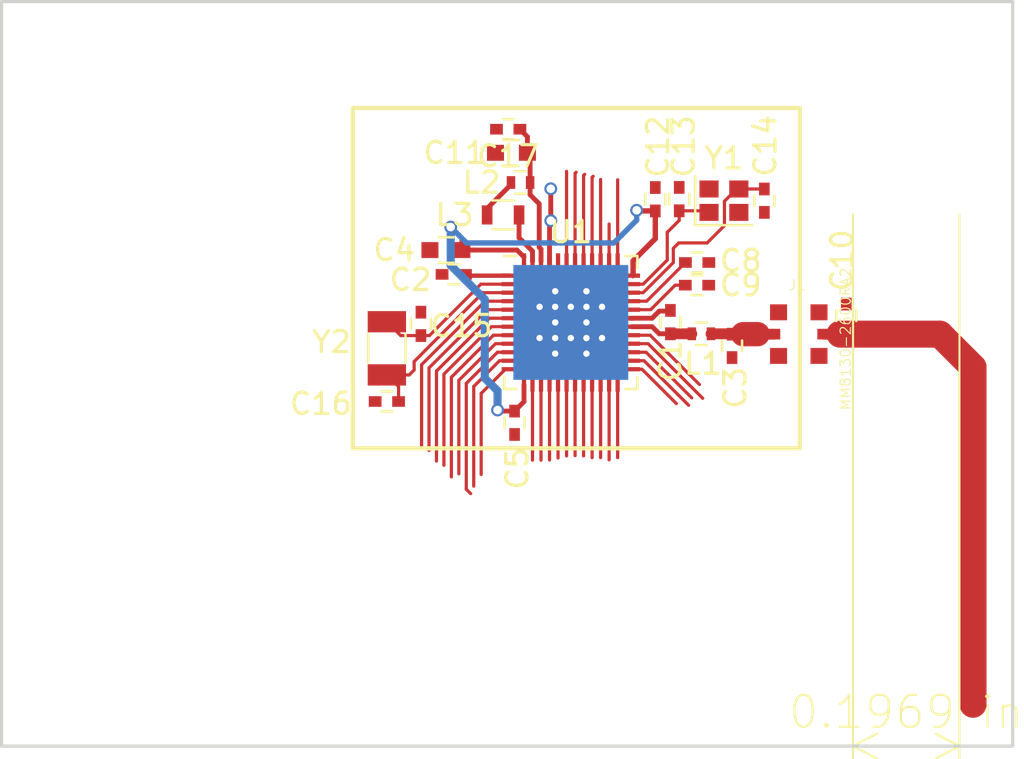
<source format=kicad_pcb>
(kicad_pcb (version 20171130) (host pcbnew 5.0.0-fee4fd1~66~ubuntu18.04.1)

  (general
    (thickness 1.6)
    (drawings 9)
    (tracks 174)
    (zones 0)
    (modules 22)
    (nets 49)
  )

  (page A4)
  (layers
    (0 F.Cu signal)
    (31 B.Cu signal)
    (32 B.Adhes user hide)
    (33 F.Adhes user hide)
    (34 B.Paste user hide)
    (35 F.Paste user hide)
    (36 B.SilkS user)
    (37 F.SilkS user)
    (38 B.Mask user)
    (39 F.Mask user hide)
    (40 Dwgs.User user)
    (41 Cmts.User user)
    (42 Eco1.User user)
    (43 Eco2.User user)
    (44 Edge.Cuts user)
    (45 Margin user)
    (46 B.CrtYd user)
    (47 F.CrtYd user)
    (48 B.Fab user)
    (49 F.Fab user hide)
  )

  (setup
    (last_trace_width 0.25)
    (trace_clearance 0.2)
    (zone_clearance 0.508)
    (zone_45_only yes)
    (trace_min 0.127)
    (segment_width 0.2)
    (edge_width 0.15)
    (via_size 0.6)
    (via_drill 0.4)
    (via_min_size 0.4)
    (via_min_drill 0.3)
    (uvia_size 0.3)
    (uvia_drill 0.1)
    (uvias_allowed no)
    (uvia_min_size 0.2)
    (uvia_min_drill 0.1)
    (pcb_text_width 0.3)
    (pcb_text_size 1.5 1.5)
    (mod_edge_width 0.15)
    (mod_text_size 1 1)
    (mod_text_width 0.15)
    (pad_size 5.4 5.4)
    (pad_drill 0)
    (pad_to_mask_clearance 0.2)
    (aux_axis_origin 0 0)
    (visible_elements FFFEFF7F)
    (pcbplotparams
      (layerselection 0x00030_80000001)
      (usegerberextensions false)
      (usegerberattributes false)
      (usegerberadvancedattributes false)
      (creategerberjobfile false)
      (excludeedgelayer true)
      (linewidth 0.100000)
      (plotframeref false)
      (viasonmask false)
      (mode 1)
      (useauxorigin false)
      (hpglpennumber 1)
      (hpglpenspeed 20)
      (hpglpendiameter 15.000000)
      (psnegative false)
      (psa4output false)
      (plotreference true)
      (plotvalue true)
      (plotinvisibletext false)
      (padsonsilk false)
      (subtractmaskfromsilk false)
      (outputformat 1)
      (mirror false)
      (drillshape 1)
      (scaleselection 1)
      (outputdirectory ""))
  )

  (net 0 "")
  (net 1 "Net-(U1-Pad44)")
  (net 2 "Net-(U1-Pad43)")
  (net 3 "Net-(U1-Pad42)")
  (net 4 "Net-(U1-Pad41)")
  (net 5 "Net-(U1-Pad40)")
  (net 6 "Net-(U1-Pad39)")
  (net 7 "Net-(U1-Pad29)")
  (net 8 "Net-(U1-Pad28)")
  (net 9 "Net-(U1-Pad27)")
  (net 10 "Net-(U1-Pad26)")
  (net 11 "Net-(U1-Pad25)")
  (net 12 "Net-(U1-Pad24)")
  (net 13 "Net-(U1-Pad23)")
  (net 14 "Net-(U1-Pad22)")
  (net 15 "Net-(U1-Pad21)")
  (net 16 "Net-(U1-Pad20)")
  (net 17 "Net-(U1-Pad19)")
  (net 18 "Net-(U1-Pad18)")
  (net 19 "Net-(U1-Pad17)")
  (net 20 "Net-(U1-Pad16)")
  (net 21 "Net-(U1-Pad15)")
  (net 22 "Net-(U1-Pad14)")
  (net 23 "Net-(U1-Pad12)")
  (net 24 "Net-(U1-Pad11)")
  (net 25 "Net-(U1-Pad10)")
  (net 26 "Net-(U1-Pad9)")
  (net 27 "Net-(U1-Pad8)")
  (net 28 "Net-(U1-Pad7)")
  (net 29 "Net-(U1-Pad6)")
  (net 30 "Net-(U1-Pad5)")
  (net 31 "Net-(U1-Pad4)")
  (net 32 GND)
  (net 33 "Net-(C2-Pad1)")
  (net 34 /ANT)
  (net 35 "Net-(C8-Pad2)")
  (net 36 "Net-(C9-Pad2)")
  (net 37 "Net-(C11-Pad1)")
  (net 38 "Net-(L2-Pad1)")
  (net 39 "Net-(L3-Pad1)")
  (net 40 /RF)
  (net 41 "Net-(C13-Pad2)")
  (net 42 "Net-(C14-Pad2)")
  (net 43 "Net-(C15-Pad1)")
  (net 44 "Net-(C16-Pad1)")
  (net 45 VDD_nRF)
  (net 46 "Net-(U1-Pad32)")
  (net 47 "Net-(U1-Pad37)")
  (net 48 "Net-(U1-Pad38)")

  (net_class Default "This is the default net class."
    (clearance 0.2)
    (trace_width 0.25)
    (via_dia 0.6)
    (via_drill 0.4)
    (uvia_dia 0.3)
    (uvia_drill 0.1)
    (add_net "Net-(U1-Pad32)")
    (add_net "Net-(U1-Pad37)")
    (add_net "Net-(U1-Pad38)")
  )

  (net_class nrf_ref_track ""
    (clearance 0.127)
    (trace_width 0.25)
    (via_dia 0.6)
    (via_drill 0.4)
    (uvia_dia 0.3)
    (uvia_drill 0.1)
    (add_net /ANT)
    (add_net /RF)
    (add_net GND)
    (add_net "Net-(C11-Pad1)")
    (add_net "Net-(C13-Pad2)")
    (add_net "Net-(C14-Pad2)")
    (add_net "Net-(C15-Pad1)")
    (add_net "Net-(C16-Pad1)")
    (add_net "Net-(C2-Pad1)")
    (add_net "Net-(C8-Pad2)")
    (add_net "Net-(C9-Pad2)")
    (add_net "Net-(L2-Pad1)")
    (add_net "Net-(L3-Pad1)")
    (add_net "Net-(U1-Pad10)")
    (add_net "Net-(U1-Pad11)")
    (add_net "Net-(U1-Pad12)")
    (add_net "Net-(U1-Pad14)")
    (add_net "Net-(U1-Pad15)")
    (add_net "Net-(U1-Pad16)")
    (add_net "Net-(U1-Pad17)")
    (add_net "Net-(U1-Pad18)")
    (add_net "Net-(U1-Pad19)")
    (add_net "Net-(U1-Pad20)")
    (add_net "Net-(U1-Pad21)")
    (add_net "Net-(U1-Pad22)")
    (add_net "Net-(U1-Pad23)")
    (add_net "Net-(U1-Pad24)")
    (add_net "Net-(U1-Pad25)")
    (add_net "Net-(U1-Pad26)")
    (add_net "Net-(U1-Pad27)")
    (add_net "Net-(U1-Pad28)")
    (add_net "Net-(U1-Pad29)")
    (add_net "Net-(U1-Pad39)")
    (add_net "Net-(U1-Pad4)")
    (add_net "Net-(U1-Pad40)")
    (add_net "Net-(U1-Pad41)")
    (add_net "Net-(U1-Pad42)")
    (add_net "Net-(U1-Pad43)")
    (add_net "Net-(U1-Pad44)")
    (add_net "Net-(U1-Pad5)")
    (add_net "Net-(U1-Pad6)")
    (add_net "Net-(U1-Pad7)")
    (add_net "Net-(U1-Pad8)")
    (add_net "Net-(U1-Pad9)")
    (add_net VDD_nRF)
  )

  (module Capacitors_SMD:C_0402 (layer F.Cu) (tedit 5B5BAA4D) (tstamp 5B5B8DAF)
    (at 139.1 109.8 270)
    (descr "Capacitor SMD 0402, reflow soldering, AVX (see smccp.pdf)")
    (tags "capacitor 0402")
    (path /5B5B71EE)
    (attr smd)
    (fp_text reference C5 (at 2.159 -0.127 270) (layer F.SilkS)
      (effects (font (size 1 1) (thickness 0.15)))
    )
    (fp_text value 100nF (at 0 1.27 270) (layer F.Fab)
      (effects (font (size 1 1) (thickness 0.15)))
    )
    (fp_text user "" (at 0 -1.27 270) (layer F.Fab)
      (effects (font (size 1 1) (thickness 0.15)))
    )
    (fp_line (start -0.5 0.25) (end -0.5 -0.25) (layer F.Fab) (width 0.1))
    (fp_line (start 0.5 0.25) (end -0.5 0.25) (layer F.Fab) (width 0.1))
    (fp_line (start 0.5 -0.25) (end 0.5 0.25) (layer F.Fab) (width 0.1))
    (fp_line (start -0.5 -0.25) (end 0.5 -0.25) (layer F.Fab) (width 0.1))
    (fp_line (start 0.25 -0.47) (end -0.25 -0.47) (layer F.SilkS) (width 0.12))
    (fp_line (start -0.25 0.47) (end 0.25 0.47) (layer F.SilkS) (width 0.12))
    (fp_line (start -1 -0.4) (end 1 -0.4) (layer F.CrtYd) (width 0.05))
    (fp_line (start -1 -0.4) (end -1 0.4) (layer F.CrtYd) (width 0.05))
    (fp_line (start 1 0.4) (end 1 -0.4) (layer F.CrtYd) (width 0.05))
    (fp_line (start 1 0.4) (end -1 0.4) (layer F.CrtYd) (width 0.05))
    (pad 1 smd rect (at -0.55 0 270) (size 0.6 0.5) (layers F.Cu F.Paste F.Mask)
      (net 45 VDD_nRF))
    (pad 2 smd rect (at 0.55 0 270) (size 0.6 0.5) (layers F.Cu F.Paste F.Mask)
      (net 32 GND))
    (model Capacitors_SMD.3dshapes/C_0402.wrl
      (at (xyz 0 0 0))
      (scale (xyz 1 1 1))
      (rotate (xyz 0 0 0))
    )
  )

  (module Package_DFN_QFN:QFN-48-1EP_6x6mm_P0.4mm_EP4.66x4.66mm_ThermalVias (layer F.Cu) (tedit 5B73B36B) (tstamp 5B63AE7D)
    (at 141.741996 105.0836)
    (descr "48-Lead Plastic Quad Flat, No Lead Package - 6x6 mm Body [QFN] with thermal vias; see figure 7.2 of https://static.dev.sifive.com/SiFive-FE310-G000-datasheet-v1.0.4.pdf")
    (tags "QFN 0.4")
    (path /5B5B6EC8)
    (zone_connect 2)
    (attr smd)
    (fp_text reference U1 (at 0 -4.25) (layer F.SilkS)
      (effects (font (size 1 1) (thickness 0.15)))
    )
    (fp_text value NRF52810-QFAA (at 0 4.25) (layer F.Fab)
      (effects (font (size 1 1) (thickness 0.15)))
    )
    (fp_text user %R (at 0 0) (layer F.Fab)
      (effects (font (size 0.65 0.65) (thickness 0.125)))
    )
    (fp_line (start 3 3) (end -3 3) (layer F.Fab) (width 0.1))
    (fp_line (start -3 3) (end -3 -2) (layer F.Fab) (width 0.1))
    (fp_line (start -3 -2) (end -2 -3) (layer F.Fab) (width 0.1))
    (fp_line (start -2 -3) (end 3 -3) (layer F.Fab) (width 0.1))
    (fp_line (start 3 -3) (end 3 3) (layer F.Fab) (width 0.1))
    (fp_line (start -3.5 -3.5) (end -3.5 3.5) (layer F.CrtYd) (width 0.05))
    (fp_line (start -3.5 3.5) (end 3.5 3.5) (layer F.CrtYd) (width 0.05))
    (fp_line (start 3.5 3.5) (end 3.5 -3.5) (layer F.CrtYd) (width 0.05))
    (fp_line (start 3.5 -3.5) (end -3.5 -3.5) (layer F.CrtYd) (width 0.05))
    (fp_line (start 2.56 -3.125) (end 3.125 -3.125) (layer F.SilkS) (width 0.12))
    (fp_line (start 3.125 -3.125) (end 3.125 -2.56) (layer F.SilkS) (width 0.12))
    (fp_line (start -2.56 3.125) (end -3.125 3.125) (layer F.SilkS) (width 0.12))
    (fp_line (start -3.125 3.125) (end -3.125 2.56) (layer F.SilkS) (width 0.12))
    (fp_line (start 2.56 3.125) (end 3.125 3.125) (layer F.SilkS) (width 0.12))
    (fp_line (start 3.125 3.125) (end 3.125 2.56) (layer F.SilkS) (width 0.12))
    (fp_line (start -3.125 -3.125) (end -2.56 -3.125) (layer F.SilkS) (width 0.12))
    (pad 1 smd rect (at -2.925 -2.2) (size 0.65 0.2) (layers F.Cu F.Paste F.Mask)
      (net 33 "Net-(C2-Pad1)") (zone_connect 2))
    (pad 2 smd rect (at -2.925 -1.8) (size 0.65 0.2) (layers F.Cu F.Paste F.Mask)
      (net 43 "Net-(C15-Pad1)") (zone_connect 2))
    (pad 3 smd rect (at -2.925 -1.4) (size 0.65 0.2) (layers F.Cu F.Paste F.Mask)
      (net 44 "Net-(C16-Pad1)") (zone_connect 2))
    (pad 4 smd rect (at -2.925 -1) (size 0.65 0.2) (layers F.Cu F.Paste F.Mask)
      (net 31 "Net-(U1-Pad4)") (zone_connect 2))
    (pad 5 smd rect (at -2.925 -0.6) (size 0.65 0.2) (layers F.Cu F.Paste F.Mask)
      (net 30 "Net-(U1-Pad5)") (zone_connect 2))
    (pad 6 smd rect (at -2.925 -0.2) (size 0.65 0.2) (layers F.Cu F.Paste F.Mask)
      (net 29 "Net-(U1-Pad6)") (zone_connect 2))
    (pad 7 smd rect (at -2.925 0.2) (size 0.65 0.2) (layers F.Cu F.Paste F.Mask)
      (net 28 "Net-(U1-Pad7)") (zone_connect 2))
    (pad 8 smd rect (at -2.925 0.6) (size 0.65 0.2) (layers F.Cu F.Paste F.Mask)
      (net 27 "Net-(U1-Pad8)") (zone_connect 2))
    (pad 9 smd rect (at -2.925 1) (size 0.65 0.2) (layers F.Cu F.Paste F.Mask)
      (net 26 "Net-(U1-Pad9)") (zone_connect 2))
    (pad 10 smd rect (at -2.925 1.4) (size 0.65 0.2) (layers F.Cu F.Paste F.Mask)
      (net 25 "Net-(U1-Pad10)") (zone_connect 2))
    (pad 11 smd rect (at -2.925 1.8) (size 0.65 0.2) (layers F.Cu F.Paste F.Mask)
      (net 24 "Net-(U1-Pad11)") (zone_connect 2))
    (pad 12 smd rect (at -2.925 2.2) (size 0.65 0.2) (layers F.Cu F.Paste F.Mask)
      (net 23 "Net-(U1-Pad12)") (zone_connect 2))
    (pad 13 smd rect (at -2.2 2.925 90) (size 0.65 0.2) (layers F.Cu F.Paste F.Mask)
      (net 45 VDD_nRF) (zone_connect 2))
    (pad 14 smd rect (at -1.8 2.925 90) (size 0.65 0.2) (layers F.Cu F.Paste F.Mask)
      (net 22 "Net-(U1-Pad14)") (zone_connect 2))
    (pad 15 smd rect (at -1.4 2.925 90) (size 0.65 0.2) (layers F.Cu F.Paste F.Mask)
      (net 21 "Net-(U1-Pad15)") (zone_connect 2))
    (pad 16 smd rect (at -1 2.925 90) (size 0.65 0.2) (layers F.Cu F.Paste F.Mask)
      (net 20 "Net-(U1-Pad16)") (zone_connect 2))
    (pad 17 smd rect (at -0.6 2.925 90) (size 0.65 0.2) (layers F.Cu F.Paste F.Mask)
      (net 19 "Net-(U1-Pad17)") (zone_connect 2))
    (pad 18 smd rect (at -0.2 2.925 90) (size 0.65 0.2) (layers F.Cu F.Paste F.Mask)
      (net 18 "Net-(U1-Pad18)") (zone_connect 2))
    (pad 19 smd rect (at 0.2 2.925 90) (size 0.65 0.2) (layers F.Cu F.Paste F.Mask)
      (net 17 "Net-(U1-Pad19)") (zone_connect 2))
    (pad 20 smd rect (at 0.6 2.925 90) (size 0.65 0.2) (layers F.Cu F.Paste F.Mask)
      (net 16 "Net-(U1-Pad20)") (zone_connect 2))
    (pad 21 smd rect (at 1 2.925 90) (size 0.65 0.2) (layers F.Cu F.Paste F.Mask)
      (net 15 "Net-(U1-Pad21)") (zone_connect 2))
    (pad 22 smd rect (at 1.4 2.925 90) (size 0.65 0.2) (layers F.Cu F.Paste F.Mask)
      (net 14 "Net-(U1-Pad22)") (zone_connect 2))
    (pad 23 smd rect (at 1.8 2.925 90) (size 0.65 0.2) (layers F.Cu F.Paste F.Mask)
      (net 13 "Net-(U1-Pad23)") (zone_connect 2))
    (pad 24 smd rect (at 2.2 2.925 90) (size 0.65 0.2) (layers F.Cu F.Paste F.Mask)
      (net 12 "Net-(U1-Pad24)") (zone_connect 2))
    (pad 25 smd rect (at 2.925 2.2) (size 0.65 0.2) (layers F.Cu F.Paste F.Mask)
      (net 11 "Net-(U1-Pad25)") (zone_connect 2))
    (pad 26 smd rect (at 2.925 1.8) (size 0.65 0.2) (layers F.Cu F.Paste F.Mask)
      (net 10 "Net-(U1-Pad26)") (zone_connect 2))
    (pad 27 smd rect (at 2.925 1.4) (size 0.65 0.2) (layers F.Cu F.Paste F.Mask)
      (net 9 "Net-(U1-Pad27)") (zone_connect 2))
    (pad 28 smd rect (at 2.925 1) (size 0.65 0.2) (layers F.Cu F.Paste F.Mask)
      (net 8 "Net-(U1-Pad28)") (zone_connect 2))
    (pad 29 smd rect (at 2.925 0.6) (size 0.65 0.2) (layers F.Cu F.Paste F.Mask)
      (net 7 "Net-(U1-Pad29)") (zone_connect 2))
    (pad 30 smd rect (at 2.925 0.2) (size 0.65 0.2) (layers F.Cu F.Paste F.Mask)
      (net 32 GND) (zone_connect 2))
    (pad 31 smd rect (at 2.925 -0.2) (size 0.65 0.2) (layers F.Cu F.Paste F.Mask)
      (net 32 GND) (zone_connect 2))
    (pad 32 smd rect (at 2.925 -0.6) (size 0.65 0.2) (layers F.Cu F.Paste F.Mask)
      (net 46 "Net-(U1-Pad32)") (zone_connect 2))
    (pad 33 smd rect (at 2.925 -1) (size 0.65 0.2) (layers F.Cu F.Paste F.Mask)
      (net 35 "Net-(C8-Pad2)") (zone_connect 2))
    (pad 34 smd rect (at 2.925 -1.4) (size 0.65 0.2) (layers F.Cu F.Paste F.Mask)
      (net 42 "Net-(C14-Pad2)") (zone_connect 2))
    (pad 35 smd rect (at 2.925 -1.8) (size 0.65 0.2) (layers F.Cu F.Paste F.Mask)
      (net 41 "Net-(C13-Pad2)") (zone_connect 2))
    (pad 36 smd rect (at 2.925 -2.2) (size 0.65 0.2) (layers F.Cu F.Paste F.Mask)
      (net 45 VDD_nRF) (zone_connect 2))
    (pad 37 smd rect (at 2.2 -2.925 90) (size 0.65 0.2) (layers F.Cu F.Paste F.Mask)
      (net 47 "Net-(U1-Pad37)") (zone_connect 2))
    (pad 38 smd rect (at 1.8 -2.925 90) (size 0.65 0.2) (layers F.Cu F.Paste F.Mask)
      (net 48 "Net-(U1-Pad38)") (zone_connect 2))
    (pad 39 smd rect (at 1.4 -2.925 90) (size 0.65 0.2) (layers F.Cu F.Paste F.Mask)
      (net 6 "Net-(U1-Pad39)") (zone_connect 2))
    (pad 40 smd rect (at 1 -2.925 90) (size 0.65 0.2) (layers F.Cu F.Paste F.Mask)
      (net 5 "Net-(U1-Pad40)") (zone_connect 2))
    (pad 41 smd rect (at 0.6 -2.925 90) (size 0.65 0.2) (layers F.Cu F.Paste F.Mask)
      (net 4 "Net-(U1-Pad41)") (zone_connect 2))
    (pad 42 smd rect (at 0.2 -2.925 90) (size 0.65 0.2) (layers F.Cu F.Paste F.Mask)
      (net 3 "Net-(U1-Pad42)") (zone_connect 2))
    (pad 43 smd rect (at -0.2 -2.925 90) (size 0.65 0.2) (layers F.Cu F.Paste F.Mask)
      (net 2 "Net-(U1-Pad43)") (zone_connect 2))
    (pad 44 smd rect (at -0.6 -2.925 90) (size 0.65 0.2) (layers F.Cu F.Paste F.Mask)
      (net 1 "Net-(U1-Pad44)") (zone_connect 2))
    (pad 45 smd rect (at -1 -2.925 90) (size 0.65 0.2) (layers F.Cu F.Paste F.Mask)
      (net 32 GND) (zone_connect 2))
    (pad 46 smd rect (at -1.4 -2.925 90) (size 0.65 0.2) (layers F.Cu F.Paste F.Mask)
      (net 37 "Net-(C11-Pad1)") (zone_connect 2))
    (pad 47 smd rect (at -1.8 -2.925 90) (size 0.65 0.2) (layers F.Cu F.Paste F.Mask)
      (net 39 "Net-(L3-Pad1)") (zone_connect 2))
    (pad 48 smd rect (at -2.2 -2.925 90) (size 0.65 0.2) (layers F.Cu F.Paste F.Mask)
      (net 45 VDD_nRF) (zone_connect 2))
    (pad 49 smd rect (at 0 0) (size 5.4 5.4) (layers B.Cu)
      (zone_connect 2))
    (pad 49 smd rect (at 0 0) (size 4.4 4.4) (layers F.Cu F.Mask)
      (zone_connect 2))
    (pad "" smd rect (at -1.466667 -1.466667) (size 1.08 1.08) (layers F.Paste)
      (zone_connect 2))
    (pad "" smd rect (at -1.466667 0) (size 1.08 1.08) (layers F.Paste)
      (zone_connect 2))
    (pad "" smd rect (at -1.466667 1.466667) (size 1.08 1.08) (layers F.Paste)
      (zone_connect 2))
    (pad "" smd rect (at 0 -1.466667) (size 1.08 1.08) (layers F.Paste)
      (zone_connect 2))
    (pad "" smd rect (at 0 0) (size 1.08 1.08) (layers F.Paste)
      (zone_connect 2))
    (pad "" smd rect (at 0 1.466667) (size 1.08 1.08) (layers F.Paste)
      (zone_connect 2))
    (pad "" smd rect (at 1.466667 -1.466667) (size 1.08 1.08) (layers F.Paste)
      (zone_connect 2))
    (pad "" smd rect (at 1.466667 0) (size 1.08 1.08) (layers F.Paste)
      (zone_connect 2))
    (pad "" smd rect (at 1.466667 1.466667) (size 1.08 1.08) (layers F.Paste)
      (zone_connect 2))
    (pad 49 thru_hole circle (at -1.466667 -0.733333) (size 0.6 0.6) (drill 0.3) (layers *.Cu)
      (zone_connect 2))
    (pad 49 thru_hole circle (at -1.466667 0.733333) (size 0.6 0.6) (drill 0.3) (layers *.Cu)
      (zone_connect 2))
    (pad 49 thru_hole circle (at -0.733333 -1.466667) (size 0.6 0.6) (drill 0.3) (layers *.Cu)
      (zone_connect 2))
    (pad 49 thru_hole circle (at -0.733333 -0.733333) (size 0.6 0.6) (drill 0.3) (layers *.Cu)
      (zone_connect 2))
    (pad 49 thru_hole circle (at -0.733333 0) (size 0.6 0.6) (drill 0.3) (layers *.Cu)
      (zone_connect 2))
    (pad 49 thru_hole circle (at -0.733333 0.733333) (size 0.6 0.6) (drill 0.3) (layers *.Cu)
      (zone_connect 2))
    (pad 49 thru_hole circle (at -0.733333 1.466667) (size 0.6 0.6) (drill 0.3) (layers *.Cu)
      (zone_connect 2))
    (pad 49 thru_hole circle (at 0 -0.733333) (size 0.6 0.6) (drill 0.3) (layers *.Cu)
      (zone_connect 2))
    (pad 49 thru_hole circle (at 0 0.733333) (size 0.6 0.6) (drill 0.3) (layers *.Cu)
      (zone_connect 2))
    (pad 49 thru_hole circle (at 0.733333 -1.466667) (size 0.6 0.6) (drill 0.3) (layers *.Cu)
      (zone_connect 2))
    (pad 49 thru_hole circle (at 0.733333 -0.733333) (size 0.6 0.6) (drill 0.3) (layers *.Cu)
      (zone_connect 2))
    (pad 49 thru_hole circle (at 0.733333 0) (size 0.6 0.6) (drill 0.3) (layers *.Cu)
      (zone_connect 2))
    (pad 49 thru_hole circle (at 0.733333 0.733333) (size 0.6 0.6) (drill 0.3) (layers *.Cu)
      (zone_connect 2))
    (pad 49 thru_hole circle (at 0.733333 1.466667) (size 0.6 0.6) (drill 0.3) (layers *.Cu)
      (zone_connect 2))
    (pad 49 thru_hole circle (at 1.466667 -0.733333) (size 0.6 0.6) (drill 0.3) (layers *.Cu)
      (zone_connect 2))
    (pad 49 thru_hole circle (at 1.466667 0.733333) (size 0.6 0.6) (drill 0.3) (layers *.Cu)
      (zone_connect 2))
    (model ${KISYS3DMOD}/Package_DFN_QFN.3dshapes/QFN-48-1EP_6x6mm_Pitch0.4mm_EP4.66x4.66mm.wrl
      (at (xyz 0 0 0))
      (scale (xyz 1 1 1))
      (rotate (xyz 0 0 0))
    )
  )

  (module Capacitors_SMD:C_0402 (layer F.Cu) (tedit 5B5BA9BF) (tstamp 5B5B8D9B)
    (at 146.421896 105.067 90)
    (descr "Capacitor SMD 0402, reflow soldering, AVX (see smccp.pdf)")
    (tags "capacitor 0402")
    (path /5B5A1D4F)
    (attr smd)
    (fp_text reference C1 (at -1.82 0 90) (layer F.SilkS)
      (effects (font (size 1 1) (thickness 0.15)))
    )
    (fp_text value 0.8pF (at 0 1.27 90) (layer F.Fab)
      (effects (font (size 1 1) (thickness 0.15)))
    )
    (fp_text user "" (at 0 -1.27 90) (layer F.Fab)
      (effects (font (size 1 1) (thickness 0.15)))
    )
    (fp_line (start -0.5 0.25) (end -0.5 -0.25) (layer F.Fab) (width 0.1))
    (fp_line (start 0.5 0.25) (end -0.5 0.25) (layer F.Fab) (width 0.1))
    (fp_line (start 0.5 -0.25) (end 0.5 0.25) (layer F.Fab) (width 0.1))
    (fp_line (start -0.5 -0.25) (end 0.5 -0.25) (layer F.Fab) (width 0.1))
    (fp_line (start 0.25 -0.47) (end -0.25 -0.47) (layer F.SilkS) (width 0.12))
    (fp_line (start -0.25 0.47) (end 0.25 0.47) (layer F.SilkS) (width 0.12))
    (fp_line (start -1 -0.4) (end 1 -0.4) (layer F.CrtYd) (width 0.05))
    (fp_line (start -1 -0.4) (end -1 0.4) (layer F.CrtYd) (width 0.05))
    (fp_line (start 1 0.4) (end 1 -0.4) (layer F.CrtYd) (width 0.05))
    (fp_line (start 1 0.4) (end -1 0.4) (layer F.CrtYd) (width 0.05))
    (pad 1 smd rect (at -0.55 0 90) (size 0.6 0.5) (layers F.Cu F.Paste F.Mask)
      (net 32 GND))
    (pad 2 smd rect (at 0.55 0 90) (size 0.6 0.5) (layers F.Cu F.Paste F.Mask)
      (net 32 GND))
    (model Capacitors_SMD.3dshapes/C_0402.wrl
      (at (xyz 0 0 0))
      (scale (xyz 1 1 1))
      (rotate (xyz 0 0 0))
    )
  )

  (module Capacitors_SMD:C_0402 (layer F.Cu) (tedit 5B5BAA38) (tstamp 5B5B8DA0)
    (at 136.242896 102.823 180)
    (descr "Capacitor SMD 0402, reflow soldering, AVX (see smccp.pdf)")
    (tags "capacitor 0402")
    (path /5B5B8A77)
    (attr smd)
    (fp_text reference C2 (at 2.032 -0.254 180) (layer F.SilkS)
      (effects (font (size 1 1) (thickness 0.15)))
    )
    (fp_text value 100nF (at 0 1.27 180) (layer F.Fab)
      (effects (font (size 1 1) (thickness 0.15)))
    )
    (fp_text user "" (at 0 -1.27 180) (layer F.Fab)
      (effects (font (size 1 1) (thickness 0.15)))
    )
    (fp_line (start -0.5 0.25) (end -0.5 -0.25) (layer F.Fab) (width 0.1))
    (fp_line (start 0.5 0.25) (end -0.5 0.25) (layer F.Fab) (width 0.1))
    (fp_line (start 0.5 -0.25) (end 0.5 0.25) (layer F.Fab) (width 0.1))
    (fp_line (start -0.5 -0.25) (end 0.5 -0.25) (layer F.Fab) (width 0.1))
    (fp_line (start 0.25 -0.47) (end -0.25 -0.47) (layer F.SilkS) (width 0.12))
    (fp_line (start -0.25 0.47) (end 0.25 0.47) (layer F.SilkS) (width 0.12))
    (fp_line (start -1 -0.4) (end 1 -0.4) (layer F.CrtYd) (width 0.05))
    (fp_line (start -1 -0.4) (end -1 0.4) (layer F.CrtYd) (width 0.05))
    (fp_line (start 1 0.4) (end 1 -0.4) (layer F.CrtYd) (width 0.05))
    (fp_line (start 1 0.4) (end -1 0.4) (layer F.CrtYd) (width 0.05))
    (pad 1 smd rect (at -0.55 0 180) (size 0.6 0.5) (layers F.Cu F.Paste F.Mask)
      (net 33 "Net-(C2-Pad1)"))
    (pad 2 smd rect (at 0.55 0 180) (size 0.6 0.5) (layers F.Cu F.Paste F.Mask)
      (net 32 GND))
    (model Capacitors_SMD.3dshapes/C_0402.wrl
      (at (xyz 0 0 0))
      (scale (xyz 1 1 1))
      (rotate (xyz 0 0 0))
    )
  )

  (module Capacitors_SMD:C_0402 (layer F.Cu) (tedit 5B5BA9F7) (tstamp 5B5B8DA5)
    (at 149.317496 106.1846 270)
    (descr "Capacitor SMD 0402, reflow soldering, AVX (see smccp.pdf)")
    (tags "capacitor 0402")
    (path /5B5B5064)
    (attr smd)
    (fp_text reference C3 (at 1.9724 -0.1524 270) (layer F.SilkS)
      (effects (font (size 1 1) (thickness 0.15)))
    )
    (fp_text value N.C. (at 0 1.27 270) (layer F.Fab)
      (effects (font (size 1 1) (thickness 0.15)))
    )
    (fp_text user "" (at 0 -1.27 270) (layer F.Fab)
      (effects (font (size 1 1) (thickness 0.15)))
    )
    (fp_line (start -0.5 0.25) (end -0.5 -0.25) (layer F.Fab) (width 0.1))
    (fp_line (start 0.5 0.25) (end -0.5 0.25) (layer F.Fab) (width 0.1))
    (fp_line (start 0.5 -0.25) (end 0.5 0.25) (layer F.Fab) (width 0.1))
    (fp_line (start -0.5 -0.25) (end 0.5 -0.25) (layer F.Fab) (width 0.1))
    (fp_line (start 0.25 -0.47) (end -0.25 -0.47) (layer F.SilkS) (width 0.12))
    (fp_line (start -0.25 0.47) (end 0.25 0.47) (layer F.SilkS) (width 0.12))
    (fp_line (start -1 -0.4) (end 1 -0.4) (layer F.CrtYd) (width 0.05))
    (fp_line (start -1 -0.4) (end -1 0.4) (layer F.CrtYd) (width 0.05))
    (fp_line (start 1 0.4) (end 1 -0.4) (layer F.CrtYd) (width 0.05))
    (fp_line (start 1 0.4) (end -1 0.4) (layer F.CrtYd) (width 0.05))
    (pad 1 smd rect (at -0.55 0 270) (size 0.6 0.5) (layers F.Cu F.Paste F.Mask)
      (net 40 /RF))
    (pad 2 smd rect (at 0.55 0 270) (size 0.6 0.5) (layers F.Cu F.Paste F.Mask)
      (net 32 GND))
    (model Capacitors_SMD.3dshapes/C_0402.wrl
      (at (xyz 0 0 0))
      (scale (xyz 1 1 1))
      (rotate (xyz 0 0 0))
    )
  )

  (module Capacitors_SMD:C_0402 (layer F.Cu) (tedit 5B5BA9E9) (tstamp 5B5B8DBE)
    (at 147.675296 102.2642 180)
    (descr "Capacitor SMD 0402, reflow soldering, AVX (see smccp.pdf)")
    (tags "capacitor 0402")
    (path /5B5B7474)
    (attr smd)
    (fp_text reference C8 (at -2.0486 0.0762 180) (layer F.SilkS)
      (effects (font (size 1 1) (thickness 0.15)))
    )
    (fp_text value 100pF (at 0 1.27 180) (layer F.Fab)
      (effects (font (size 1 1) (thickness 0.15)))
    )
    (fp_text user "" (at 0 -1.27 180) (layer F.Fab)
      (effects (font (size 1 1) (thickness 0.15)))
    )
    (fp_line (start -0.5 0.25) (end -0.5 -0.25) (layer F.Fab) (width 0.1))
    (fp_line (start 0.5 0.25) (end -0.5 0.25) (layer F.Fab) (width 0.1))
    (fp_line (start 0.5 -0.25) (end 0.5 0.25) (layer F.Fab) (width 0.1))
    (fp_line (start -0.5 -0.25) (end 0.5 -0.25) (layer F.Fab) (width 0.1))
    (fp_line (start 0.25 -0.47) (end -0.25 -0.47) (layer F.SilkS) (width 0.12))
    (fp_line (start -0.25 0.47) (end 0.25 0.47) (layer F.SilkS) (width 0.12))
    (fp_line (start -1 -0.4) (end 1 -0.4) (layer F.CrtYd) (width 0.05))
    (fp_line (start -1 -0.4) (end -1 0.4) (layer F.CrtYd) (width 0.05))
    (fp_line (start 1 0.4) (end 1 -0.4) (layer F.CrtYd) (width 0.05))
    (fp_line (start 1 0.4) (end -1 0.4) (layer F.CrtYd) (width 0.05))
    (pad 1 smd rect (at -0.55 0 180) (size 0.6 0.5) (layers F.Cu F.Paste F.Mask)
      (net 32 GND))
    (pad 2 smd rect (at 0.55 0 180) (size 0.6 0.5) (layers F.Cu F.Paste F.Mask)
      (net 35 "Net-(C8-Pad2)"))
    (model Capacitors_SMD.3dshapes/C_0402.wrl
      (at (xyz 0 0 0))
      (scale (xyz 1 1 1))
      (rotate (xyz 0 0 0))
    )
  )

  (module Capacitors_SMD:C_0402 (layer F.Cu) (tedit 5B5BA9CE) (tstamp 5B5B8DC3)
    (at 147.670396 103.331 180)
    (descr "Capacitor SMD 0402, reflow soldering, AVX (see smccp.pdf)")
    (tags "capacitor 0402")
    (path /5B5B73F0)
    (attr smd)
    (fp_text reference C9 (at -2.0535 0 180) (layer F.SilkS)
      (effects (font (size 1 1) (thickness 0.15)))
    )
    (fp_text value N.C. (at 0 1.27 180) (layer F.Fab)
      (effects (font (size 1 1) (thickness 0.15)))
    )
    (fp_text user "" (at 0 -1.27 180) (layer F.Fab)
      (effects (font (size 1 1) (thickness 0.15)))
    )
    (fp_line (start -0.5 0.25) (end -0.5 -0.25) (layer F.Fab) (width 0.1))
    (fp_line (start 0.5 0.25) (end -0.5 0.25) (layer F.Fab) (width 0.1))
    (fp_line (start 0.5 -0.25) (end 0.5 0.25) (layer F.Fab) (width 0.1))
    (fp_line (start -0.5 -0.25) (end 0.5 -0.25) (layer F.Fab) (width 0.1))
    (fp_line (start 0.25 -0.47) (end -0.25 -0.47) (layer F.SilkS) (width 0.12))
    (fp_line (start -0.25 0.47) (end 0.25 0.47) (layer F.SilkS) (width 0.12))
    (fp_line (start -1 -0.4) (end 1 -0.4) (layer F.CrtYd) (width 0.05))
    (fp_line (start -1 -0.4) (end -1 0.4) (layer F.CrtYd) (width 0.05))
    (fp_line (start 1 0.4) (end 1 -0.4) (layer F.CrtYd) (width 0.05))
    (fp_line (start 1 0.4) (end -1 0.4) (layer F.CrtYd) (width 0.05))
    (pad 1 smd rect (at -0.55 0 180) (size 0.6 0.5) (layers F.Cu F.Paste F.Mask)
      (net 32 GND))
    (pad 2 smd rect (at 0.55 0 180) (size 0.6 0.5) (layers F.Cu F.Paste F.Mask)
      (net 36 "Net-(C9-Pad2)"))
    (model Capacitors_SMD.3dshapes/C_0402.wrl
      (at (xyz 0 0 0))
      (scale (xyz 1 1 1))
      (rotate (xyz 0 0 0))
    )
  )

  (module Capacitors_SMD:C_0402 (layer F.Cu) (tedit 5B5BA993) (tstamp 5B5B8DC8)
    (at 154.681976 104.76864 90)
    (descr "Capacitor SMD 0402, reflow soldering, AVX (see smccp.pdf)")
    (tags "capacitor 0402")
    (path /5B5B718C)
    (attr smd)
    (fp_text reference C10 (at 2.60858 -0.19304 90) (layer F.SilkS)
      (effects (font (size 1 1) (thickness 0.15)))
    )
    (fp_text value 1.2pF (at 0 1.27 90) (layer F.Fab)
      (effects (font (size 1 1) (thickness 0.15)))
    )
    (fp_text user "" (at 0 -1.27 90) (layer F.Fab)
      (effects (font (size 1 1) (thickness 0.15)))
    )
    (fp_line (start -0.5 0.25) (end -0.5 -0.25) (layer F.Fab) (width 0.1))
    (fp_line (start 0.5 0.25) (end -0.5 0.25) (layer F.Fab) (width 0.1))
    (fp_line (start 0.5 -0.25) (end 0.5 0.25) (layer F.Fab) (width 0.1))
    (fp_line (start -0.5 -0.25) (end 0.5 -0.25) (layer F.Fab) (width 0.1))
    (fp_line (start 0.25 -0.47) (end -0.25 -0.47) (layer F.SilkS) (width 0.12))
    (fp_line (start -0.25 0.47) (end 0.25 0.47) (layer F.SilkS) (width 0.12))
    (fp_line (start -1 -0.4) (end 1 -0.4) (layer F.CrtYd) (width 0.05))
    (fp_line (start -1 -0.4) (end -1 0.4) (layer F.CrtYd) (width 0.05))
    (fp_line (start 1 0.4) (end 1 -0.4) (layer F.CrtYd) (width 0.05))
    (fp_line (start 1 0.4) (end -1 0.4) (layer F.CrtYd) (width 0.05))
    (pad 1 smd rect (at -0.55 0 90) (size 0.6 0.5) (layers F.Cu F.Paste F.Mask)
      (net 34 /ANT))
    (pad 2 smd rect (at 0.55 0 90) (size 0.6 0.5) (layers F.Cu F.Paste F.Mask)
      (net 32 GND))
    (model Capacitors_SMD.3dshapes/C_0402.wrl
      (at (xyz 0 0 0))
      (scale (xyz 1 1 1))
      (rotate (xyz 0 0 0))
    )
  )

  (module Capacitors_SMD:C_0402 (layer F.Cu) (tedit 5B5BA98C) (tstamp 5B5B8DD2)
    (at 145.710895 99.290603 90)
    (descr "Capacitor SMD 0402, reflow soldering, AVX (see smccp.pdf)")
    (tags "capacitor 0402")
    (path /5B5B8D8D)
    (attr smd)
    (fp_text reference C12 (at 2.4726 0.127 90) (layer F.SilkS)
      (effects (font (size 1 1) (thickness 0.15)))
    )
    (fp_text value 100nF (at 0 1.27 90) (layer F.Fab)
      (effects (font (size 1 1) (thickness 0.15)))
    )
    (fp_text user "" (at -0.1944 1.397 90) (layer F.Fab)
      (effects (font (size 1 1) (thickness 0.15)))
    )
    (fp_line (start -0.5 0.25) (end -0.5 -0.25) (layer F.Fab) (width 0.1))
    (fp_line (start 0.5 0.25) (end -0.5 0.25) (layer F.Fab) (width 0.1))
    (fp_line (start 0.5 -0.25) (end 0.5 0.25) (layer F.Fab) (width 0.1))
    (fp_line (start -0.5 -0.25) (end 0.5 -0.25) (layer F.Fab) (width 0.1))
    (fp_line (start 0.25 -0.47) (end -0.25 -0.47) (layer F.SilkS) (width 0.12))
    (fp_line (start -0.25 0.47) (end 0.25 0.47) (layer F.SilkS) (width 0.12))
    (fp_line (start -1 -0.4) (end 1 -0.4) (layer F.CrtYd) (width 0.05))
    (fp_line (start -1 -0.4) (end -1 0.4) (layer F.CrtYd) (width 0.05))
    (fp_line (start 1 0.4) (end 1 -0.4) (layer F.CrtYd) (width 0.05))
    (fp_line (start 1 0.4) (end -1 0.4) (layer F.CrtYd) (width 0.05))
    (pad 1 smd rect (at -0.55 0 90) (size 0.6 0.5) (layers F.Cu F.Paste F.Mask)
      (net 45 VDD_nRF))
    (pad 2 smd rect (at 0.55 0 90) (size 0.6 0.5) (layers F.Cu F.Paste F.Mask)
      (net 32 GND))
    (model Capacitors_SMD.3dshapes/C_0402.wrl
      (at (xyz 0 0 0))
      (scale (xyz 1 1 1))
      (rotate (xyz 0 0 0))
    )
  )

  (module Inductors_SMD:L_0402 (layer F.Cu) (tedit 59912B76) (tstamp 5B5B8DD7)
    (at 147.876896 105.617)
    (descr "Resistor SMD 0402, reflow soldering, Vishay (see dcrcw.pdf)")
    (tags "resistor 0402")
    (path /5B5A2174)
    (attr smd)
    (fp_text reference L1 (at 0.069 1.397) (layer F.SilkS)
      (effects (font (size 1 1) (thickness 0.15)))
    )
    (fp_text value 3.9nH (at 0 1.8) (layer F.Fab)
      (effects (font (size 1 1) (thickness 0.15)))
    )
    (fp_text user %R (at 0 0) (layer F.Fab)
      (effects (font (size 0.2 0.2) (thickness 0.03)))
    )
    (fp_line (start -0.5 0.25) (end -0.5 -0.25) (layer F.Fab) (width 0.1))
    (fp_line (start 0.5 0.25) (end -0.5 0.25) (layer F.Fab) (width 0.1))
    (fp_line (start 0.5 -0.25) (end 0.5 0.25) (layer F.Fab) (width 0.1))
    (fp_line (start -0.5 -0.25) (end 0.5 -0.25) (layer F.Fab) (width 0.1))
    (fp_line (start -0.95 -0.65) (end 0.95 -0.65) (layer F.CrtYd) (width 0.05))
    (fp_line (start -0.95 0.65) (end 0.95 0.65) (layer F.CrtYd) (width 0.05))
    (fp_line (start -0.95 -0.65) (end -0.95 0.65) (layer F.CrtYd) (width 0.05))
    (fp_line (start 0.95 -0.65) (end 0.95 0.65) (layer F.CrtYd) (width 0.05))
    (fp_line (start 0.25 -0.53) (end -0.25 -0.53) (layer F.SilkS) (width 0.12))
    (fp_line (start -0.25 0.53) (end 0.25 0.53) (layer F.SilkS) (width 0.12))
    (pad 1 smd rect (at -0.45 0) (size 0.4 0.6) (layers F.Cu F.Paste F.Mask)
      (net 32 GND))
    (pad 2 smd rect (at 0.45 0) (size 0.4 0.6) (layers F.Cu F.Paste F.Mask)
      (net 40 /RF))
    (model ${KISYS3DMOD}/Inductors_SMD.3dshapes/L_0402.wrl
      (at (xyz 0 0 0))
      (scale (xyz 1 1 1))
      (rotate (xyz 0 0 0))
    )
  )

  (module Inductors_SMD:L_0402 (layer F.Cu) (tedit 59912B76) (tstamp 5B5B8DDC)
    (at 139.379896 98.505)
    (descr "Resistor SMD 0402, reflow soldering, Vishay (see dcrcw.pdf)")
    (tags "resistor 0402")
    (path /5B5B8C26)
    (attr smd)
    (fp_text reference L2 (at -1.836 0) (layer F.SilkS)
      (effects (font (size 1 1) (thickness 0.15)))
    )
    (fp_text value 15nH (at 0 1.8) (layer F.Fab)
      (effects (font (size 1 1) (thickness 0.15)))
    )
    (fp_text user %R (at 0 0) (layer F.Fab)
      (effects (font (size 0.2 0.2) (thickness 0.03)))
    )
    (fp_line (start -0.5 0.25) (end -0.5 -0.25) (layer F.Fab) (width 0.1))
    (fp_line (start 0.5 0.25) (end -0.5 0.25) (layer F.Fab) (width 0.1))
    (fp_line (start 0.5 -0.25) (end 0.5 0.25) (layer F.Fab) (width 0.1))
    (fp_line (start -0.5 -0.25) (end 0.5 -0.25) (layer F.Fab) (width 0.1))
    (fp_line (start -0.95 -0.65) (end 0.95 -0.65) (layer F.CrtYd) (width 0.05))
    (fp_line (start -0.95 0.65) (end 0.95 0.65) (layer F.CrtYd) (width 0.05))
    (fp_line (start -0.95 -0.65) (end -0.95 0.65) (layer F.CrtYd) (width 0.05))
    (fp_line (start 0.95 -0.65) (end 0.95 0.65) (layer F.CrtYd) (width 0.05))
    (fp_line (start 0.25 -0.53) (end -0.25 -0.53) (layer F.SilkS) (width 0.12))
    (fp_line (start -0.25 0.53) (end 0.25 0.53) (layer F.SilkS) (width 0.12))
    (pad 1 smd rect (at -0.45 0) (size 0.4 0.6) (layers F.Cu F.Paste F.Mask)
      (net 38 "Net-(L2-Pad1)"))
    (pad 2 smd rect (at 0.45 0) (size 0.4 0.6) (layers F.Cu F.Paste F.Mask)
      (net 37 "Net-(C11-Pad1)"))
    (model ${KISYS3DMOD}/Inductors_SMD.3dshapes/L_0402.wrl
      (at (xyz 0 0 0))
      (scale (xyz 1 1 1))
      (rotate (xyz 0 0 0))
    )
  )

  (module Capacitors_SMD:C_0603 (layer F.Cu) (tedit 59958EE7) (tstamp 5B5B97B6)
    (at 135.873896 101.68 180)
    (descr "Capacitor SMD 0603, reflow soldering, AVX (see smccp.pdf)")
    (tags "capacitor 0603")
    (path /5B5B726E)
    (attr smd)
    (fp_text reference C4 (at 2.425 0 180) (layer F.SilkS)
      (effects (font (size 1 1) (thickness 0.15)))
    )
    (fp_text value 4.7uF (at 0 1.5 180) (layer F.Fab)
      (effects (font (size 1 1) (thickness 0.15)))
    )
    (fp_line (start 1.4 0.65) (end -1.4 0.65) (layer F.CrtYd) (width 0.05))
    (fp_line (start 1.4 0.65) (end 1.4 -0.65) (layer F.CrtYd) (width 0.05))
    (fp_line (start -1.4 -0.65) (end -1.4 0.65) (layer F.CrtYd) (width 0.05))
    (fp_line (start -1.4 -0.65) (end 1.4 -0.65) (layer F.CrtYd) (width 0.05))
    (fp_line (start 0.35 0.6) (end -0.35 0.6) (layer F.SilkS) (width 0.12))
    (fp_line (start -0.35 -0.6) (end 0.35 -0.6) (layer F.SilkS) (width 0.12))
    (fp_line (start -0.8 -0.4) (end 0.8 -0.4) (layer F.Fab) (width 0.1))
    (fp_line (start 0.8 -0.4) (end 0.8 0.4) (layer F.Fab) (width 0.1))
    (fp_line (start 0.8 0.4) (end -0.8 0.4) (layer F.Fab) (width 0.1))
    (fp_line (start -0.8 0.4) (end -0.8 -0.4) (layer F.Fab) (width 0.1))
    (fp_text user %R (at 0 0 180) (layer F.Fab)
      (effects (font (size 0.3 0.3) (thickness 0.075)))
    )
    (pad 2 smd rect (at 0.75 0 180) (size 0.8 0.75) (layers F.Cu F.Paste F.Mask)
      (net 32 GND))
    (pad 1 smd rect (at -0.75 0 180) (size 0.8 0.75) (layers F.Cu F.Paste F.Mask)
      (net 45 VDD_nRF))
    (model Capacitors_SMD.3dshapes/C_0603.wrl
      (at (xyz 0 0 0))
      (scale (xyz 1 1 1))
      (rotate (xyz 0 0 0))
    )
  )

  (module Capacitors_SMD:C_0603 (layer F.Cu) (tedit 59958EE7) (tstamp 5B5B97BB)
    (at 138.952896 97.108 180)
    (descr "Capacitor SMD 0603, reflow soldering, AVX (see smccp.pdf)")
    (tags "capacitor 0603")
    (path /5B5B8B4F)
    (attr smd)
    (fp_text reference C11 (at 2.679 0 180) (layer F.SilkS)
      (effects (font (size 1 1) (thickness 0.15)))
    )
    (fp_text value 1.0uF (at 0 1.5 180) (layer F.Fab)
      (effects (font (size 1 1) (thickness 0.15)))
    )
    (fp_line (start 1.4 0.65) (end -1.4 0.65) (layer F.CrtYd) (width 0.05))
    (fp_line (start 1.4 0.65) (end 1.4 -0.65) (layer F.CrtYd) (width 0.05))
    (fp_line (start -1.4 -0.65) (end -1.4 0.65) (layer F.CrtYd) (width 0.05))
    (fp_line (start -1.4 -0.65) (end 1.4 -0.65) (layer F.CrtYd) (width 0.05))
    (fp_line (start 0.35 0.6) (end -0.35 0.6) (layer F.SilkS) (width 0.12))
    (fp_line (start -0.35 -0.6) (end 0.35 -0.6) (layer F.SilkS) (width 0.12))
    (fp_line (start -0.8 -0.4) (end 0.8 -0.4) (layer F.Fab) (width 0.1))
    (fp_line (start 0.8 -0.4) (end 0.8 0.4) (layer F.Fab) (width 0.1))
    (fp_line (start 0.8 0.4) (end -0.8 0.4) (layer F.Fab) (width 0.1))
    (fp_line (start -0.8 0.4) (end -0.8 -0.4) (layer F.Fab) (width 0.1))
    (fp_text user %R (at 0 0 180) (layer F.Fab)
      (effects (font (size 0.3 0.3) (thickness 0.075)))
    )
    (pad 2 smd rect (at 0.75 0 180) (size 0.8 0.75) (layers F.Cu F.Paste F.Mask)
      (net 32 GND))
    (pad 1 smd rect (at -0.75 0 180) (size 0.8 0.75) (layers F.Cu F.Paste F.Mask)
      (net 37 "Net-(C11-Pad1)"))
    (model Capacitors_SMD.3dshapes/C_0603.wrl
      (at (xyz 0 0 0))
      (scale (xyz 1 1 1))
      (rotate (xyz 0 0 0))
    )
  )

  (module Inductors_SMD:L_0603 (layer F.Cu) (tedit 58307A47) (tstamp 5B5B97C0)
    (at 138.559896 100.029 180)
    (descr "Resistor SMD 0603, reflow soldering, Vishay (see dcrcw.pdf)")
    (tags "resistor 0603")
    (path /5B5B8CA9)
    (attr smd)
    (fp_text reference L3 (at 2.286 0 180) (layer F.SilkS)
      (effects (font (size 1 1) (thickness 0.15)))
    )
    (fp_text value 10uH (at 0 1.9 180) (layer F.Fab)
      (effects (font (size 1 1) (thickness 0.15)))
    )
    (fp_text user %R (at 0 0 180) (layer F.Fab)
      (effects (font (size 0.4 0.4) (thickness 0.075)))
    )
    (fp_line (start -0.8 0.4) (end -0.8 -0.4) (layer F.Fab) (width 0.1))
    (fp_line (start 0.8 0.4) (end -0.8 0.4) (layer F.Fab) (width 0.1))
    (fp_line (start 0.8 -0.4) (end 0.8 0.4) (layer F.Fab) (width 0.1))
    (fp_line (start -0.8 -0.4) (end 0.8 -0.4) (layer F.Fab) (width 0.1))
    (fp_line (start -1.3 -0.8) (end 1.3 -0.8) (layer F.CrtYd) (width 0.05))
    (fp_line (start -1.3 0.8) (end 1.3 0.8) (layer F.CrtYd) (width 0.05))
    (fp_line (start -1.3 -0.8) (end -1.3 0.8) (layer F.CrtYd) (width 0.05))
    (fp_line (start 1.3 -0.8) (end 1.3 0.8) (layer F.CrtYd) (width 0.05))
    (fp_line (start 0.5 0.68) (end -0.5 0.68) (layer F.SilkS) (width 0.12))
    (fp_line (start -0.5 -0.68) (end 0.5 -0.68) (layer F.SilkS) (width 0.12))
    (pad 1 smd rect (at -0.75 0 180) (size 0.5 0.9) (layers F.Cu F.Paste F.Mask)
      (net 39 "Net-(L3-Pad1)"))
    (pad 2 smd rect (at 0.75 0 180) (size 0.5 0.9) (layers F.Cu F.Paste F.Mask)
      (net 38 "Net-(L2-Pad1)"))
    (model ${KISYS3DMOD}/Inductors_SMD.3dshapes/L_0603.wrl
      (at (xyz 0 0 0))
      (scale (xyz 1 1 1))
      (rotate (xyz 0 0 0))
    )
  )

  (module MM8130-2600RA2:MURATA_MM8130-2600RA2 (layer F.Cu) (tedit 0) (tstamp 5B5BA0BA)
    (at 152.451896 105.6334 90)
    (path /5B5B9EAB)
    (attr smd)
    (fp_text reference J1 (at 2.3024 -0.061 180) (layer F.SilkS)
      (effects (font (size 0.481917 0.481917) (thickness 0.05)))
    )
    (fp_text value MM8130-2600RA2 (at -0.226558 2.20061 90) (layer F.SilkS)
      (effects (font (size 0.481182 0.481182) (thickness 0.05)))
    )
    (fp_line (start -1.25 -1.25) (end 1.25 -1.25) (layer Dwgs.User) (width 0.127))
    (fp_line (start 1.25 -1.25) (end 1.25 1.25) (layer Dwgs.User) (width 0.127))
    (fp_line (start 1.25 1.25) (end -1.25 1.25) (layer Dwgs.User) (width 0.127))
    (fp_line (start -1.25 1.25) (end -1.25 -1.25) (layer Dwgs.User) (width 0.127))
    (fp_poly (pts (xy -0.140583 -1.35) (xy 0.14 -1.35) (xy 0.14 -1.07445) (xy -0.140583 -1.07445)) (layer F.Paste) (width 0))
    (fp_poly (pts (xy -0.140571 1.07) (xy 0.14 1.07) (xy 0.14 1.35551) (xy -0.140571 1.35551)) (layer F.Paste) (width 0))
    (fp_poly (pts (xy -1.24288 -1.35) (xy -0.65 -1.35) (xy -0.65 -0.551277) (xy -1.24288 -0.551277)) (layer F.Paste) (width 0))
    (fp_poly (pts (xy 0.651362 -1.35) (xy 1.24 -1.35) (xy 1.24 -0.551152) (xy 0.651362 -0.551152)) (layer F.Paste) (width 0))
    (fp_poly (pts (xy -1.24402 0.55) (xy -0.65 0.55) (xy -0.65 1.35436) (xy -1.24402 1.35436)) (layer F.Paste) (width 0))
    (fp_poly (pts (xy 0.652607 0.55) (xy 1.24 0.55) (xy 1.24 1.35541) (xy 0.652607 1.35541)) (layer F.Paste) (width 0))
    (fp_line (start -1.75 -1.75) (end 1.75 -1.75) (layer Eco1.User) (width 0.05))
    (fp_line (start 1.75 -1.75) (end 1.75 1.75) (layer Eco1.User) (width 0.05))
    (fp_line (start 1.75 1.75) (end -1.75 1.75) (layer Eco1.User) (width 0.05))
    (fp_line (start -1.75 1.75) (end -1.75 -1.75) (layer Eco1.User) (width 0.05))
    (fp_circle (center 0 0) (end 1.05 0) (layer Dwgs.User) (width 0.127))
    (fp_poly (pts (xy -1.40353 -1.35) (xy -0.65 -1.35) (xy -0.65 -0.551386) (xy -1.40353 -0.551386)) (layer F.Mask) (width 0))
    (fp_poly (pts (xy -0.251026 -1.45) (xy 0.25 -1.45) (xy 0.25 -0.873571) (xy -0.251026 -0.873571)) (layer F.Mask) (width 0))
    (fp_poly (pts (xy 0.651867 -1.35) (xy 1.4 -1.35) (xy 1.4 -0.55158) (xy 0.651867 -0.55158)) (layer F.Mask) (width 0))
    (fp_poly (pts (xy 0.651813 0.55) (xy 1.4 0.55) (xy 1.4 1.35376) (xy 0.651813 1.35376)) (layer F.Mask) (width 0))
    (fp_poly (pts (xy -0.250826 0.87) (xy 0.25 0.87) (xy 0.25 1.45479) (xy -0.250826 1.45479)) (layer F.Mask) (width 0))
    (fp_poly (pts (xy -1.40305 0.55) (xy -0.65 0.55) (xy -0.65 1.35295) (xy -1.40305 1.35295)) (layer F.Mask) (width 0))
    (pad GND1 smd rect (at -1.025 -0.95 90) (size 0.75 0.8) (layers F.Cu F.Paste F.Mask)
      (net 32 GND))
    (pad GND2 smd rect (at 1.025 -0.95 90) (size 0.75 0.8) (layers F.Cu F.Paste F.Mask)
      (net 32 GND))
    (pad GND3 smd rect (at -1.025 0.95 90) (size 0.75 0.8) (layers F.Cu F.Paste F.Mask)
      (net 32 GND))
    (pad GND4 smd rect (at 1.025 0.95 90) (size 0.75 0.8) (layers F.Cu F.Paste F.Mask)
      (net 32 GND))
    (pad IN smd rect (at 0 -1.16 90) (size 0.5 0.58) (layers F.Cu F.Paste F.Mask)
      (net 40 /RF))
    (pad OUT smd rect (at 0 1.16 90) (size 0.5 0.58) (layers F.Cu F.Paste F.Mask)
      (net 34 /ANT))
  )

  (module Capacitors_SMD:C_0402 (layer F.Cu) (tedit 5B5F8D53) (tstamp 5B603AC4)
    (at 146.834999 99.285003 270)
    (descr "Capacitor SMD 0402, reflow soldering, AVX (see smccp.pdf)")
    (tags "capacitor 0402")
    (path /5B5F8B79)
    (attr smd)
    (fp_text reference C13 (at -2.475 -0.2 270) (layer F.SilkS)
      (effects (font (size 1 1) (thickness 0.15)))
    )
    (fp_text value 12pF (at 0 1.27 270) (layer F.Fab)
      (effects (font (size 1 1) (thickness 0.15)))
    )
    (fp_text user "" (at 0 -1.27 270) (layer F.Fab)
      (effects (font (size 1 1) (thickness 0.15)))
    )
    (fp_line (start -0.5 0.25) (end -0.5 -0.25) (layer F.Fab) (width 0.1))
    (fp_line (start 0.5 0.25) (end -0.5 0.25) (layer F.Fab) (width 0.1))
    (fp_line (start 0.5 -0.25) (end 0.5 0.25) (layer F.Fab) (width 0.1))
    (fp_line (start -0.5 -0.25) (end 0.5 -0.25) (layer F.Fab) (width 0.1))
    (fp_line (start 0.25 -0.47) (end -0.25 -0.47) (layer F.SilkS) (width 0.12))
    (fp_line (start -0.25 0.47) (end 0.25 0.47) (layer F.SilkS) (width 0.12))
    (fp_line (start -1 -0.4) (end 1 -0.4) (layer F.CrtYd) (width 0.05))
    (fp_line (start -1 -0.4) (end -1 0.4) (layer F.CrtYd) (width 0.05))
    (fp_line (start 1 0.4) (end 1 -0.4) (layer F.CrtYd) (width 0.05))
    (fp_line (start 1 0.4) (end -1 0.4) (layer F.CrtYd) (width 0.05))
    (pad 1 smd rect (at -0.55 0 270) (size 0.6 0.5) (layers F.Cu F.Paste F.Mask)
      (net 32 GND))
    (pad 2 smd rect (at 0.55 0 270) (size 0.6 0.5) (layers F.Cu F.Paste F.Mask)
      (net 41 "Net-(C13-Pad2)"))
    (model Capacitors_SMD.3dshapes/C_0402.wrl
      (at (xyz 0 0 0))
      (scale (xyz 1 1 1))
      (rotate (xyz 0 0 0))
    )
  )

  (module Capacitors_SMD:C_0402 (layer F.Cu) (tedit 58AA841A) (tstamp 5B603ACA)
    (at 150.834999 99.360003 90)
    (descr "Capacitor SMD 0402, reflow soldering, AVX (see smccp.pdf)")
    (tags "capacitor 0402")
    (path /5B5F8C12)
    (attr smd)
    (fp_text reference C14 (at 2.586003 0.041001 90) (layer F.SilkS)
      (effects (font (size 1 1) (thickness 0.15)))
    )
    (fp_text value 12nF (at 0 1.27 90) (layer F.Fab)
      (effects (font (size 1 1) (thickness 0.15)))
    )
    (fp_text user %R (at 0 -1.27 90) (layer F.Fab)
      (effects (font (size 1 1) (thickness 0.15)))
    )
    (fp_line (start -0.5 0.25) (end -0.5 -0.25) (layer F.Fab) (width 0.1))
    (fp_line (start 0.5 0.25) (end -0.5 0.25) (layer F.Fab) (width 0.1))
    (fp_line (start 0.5 -0.25) (end 0.5 0.25) (layer F.Fab) (width 0.1))
    (fp_line (start -0.5 -0.25) (end 0.5 -0.25) (layer F.Fab) (width 0.1))
    (fp_line (start 0.25 -0.47) (end -0.25 -0.47) (layer F.SilkS) (width 0.12))
    (fp_line (start -0.25 0.47) (end 0.25 0.47) (layer F.SilkS) (width 0.12))
    (fp_line (start -1 -0.4) (end 1 -0.4) (layer F.CrtYd) (width 0.05))
    (fp_line (start -1 -0.4) (end -1 0.4) (layer F.CrtYd) (width 0.05))
    (fp_line (start 1 0.4) (end 1 -0.4) (layer F.CrtYd) (width 0.05))
    (fp_line (start 1 0.4) (end -1 0.4) (layer F.CrtYd) (width 0.05))
    (pad 1 smd rect (at -0.55 0 90) (size 0.6 0.5) (layers F.Cu F.Paste F.Mask)
      (net 32 GND))
    (pad 2 smd rect (at 0.55 0 90) (size 0.6 0.5) (layers F.Cu F.Paste F.Mask)
      (net 42 "Net-(C14-Pad2)"))
    (model Capacitors_SMD.3dshapes/C_0402.wrl
      (at (xyz 0 0 0))
      (scale (xyz 1 1 1))
      (rotate (xyz 0 0 0))
    )
  )

  (module Capacitors_SMD:C_0402 (layer F.Cu) (tedit 5B5F9013) (tstamp 5B603AD0)
    (at 134.7 105.15 90)
    (descr "Capacitor SMD 0402, reflow soldering, AVX (see smccp.pdf)")
    (tags "capacitor 0402")
    (path /5B5FA0DC)
    (attr smd)
    (fp_text reference C15 (at -0.1 1.9 180) (layer F.SilkS)
      (effects (font (size 1 1) (thickness 0.15)))
    )
    (fp_text value 12pF (at 0 1.27 90) (layer F.Fab)
      (effects (font (size 1 1) (thickness 0.15)))
    )
    (fp_text user "" (at 0 -1.27 90) (layer F.Fab)
      (effects (font (size 1 1) (thickness 0.15)))
    )
    (fp_line (start -0.5 0.25) (end -0.5 -0.25) (layer F.Fab) (width 0.1))
    (fp_line (start 0.5 0.25) (end -0.5 0.25) (layer F.Fab) (width 0.1))
    (fp_line (start 0.5 -0.25) (end 0.5 0.25) (layer F.Fab) (width 0.1))
    (fp_line (start -0.5 -0.25) (end 0.5 -0.25) (layer F.Fab) (width 0.1))
    (fp_line (start 0.25 -0.47) (end -0.25 -0.47) (layer F.SilkS) (width 0.12))
    (fp_line (start -0.25 0.47) (end 0.25 0.47) (layer F.SilkS) (width 0.12))
    (fp_line (start -1 -0.4) (end 1 -0.4) (layer F.CrtYd) (width 0.05))
    (fp_line (start -1 -0.4) (end -1 0.4) (layer F.CrtYd) (width 0.05))
    (fp_line (start 1 0.4) (end 1 -0.4) (layer F.CrtYd) (width 0.05))
    (fp_line (start 1 0.4) (end -1 0.4) (layer F.CrtYd) (width 0.05))
    (pad 1 smd rect (at -0.55 0 90) (size 0.6 0.5) (layers F.Cu F.Paste F.Mask)
      (net 43 "Net-(C15-Pad1)"))
    (pad 2 smd rect (at 0.55 0 90) (size 0.6 0.5) (layers F.Cu F.Paste F.Mask)
      (net 32 GND))
    (model Capacitors_SMD.3dshapes/C_0402.wrl
      (at (xyz 0 0 0))
      (scale (xyz 1 1 1))
      (rotate (xyz 0 0 0))
    )
  )

  (module Capacitors_SMD:C_0402 (layer F.Cu) (tedit 5B5F8FF6) (tstamp 5B603AD6)
    (at 133.1 108.8 180)
    (descr "Capacitor SMD 0402, reflow soldering, AVX (see smccp.pdf)")
    (tags "capacitor 0402")
    (path /5B5F9FFD)
    (attr smd)
    (fp_text reference C16 (at 3.1 -0.1 180) (layer F.SilkS)
      (effects (font (size 1 1) (thickness 0.15)))
    )
    (fp_text value 12pF (at 0 1.27 180) (layer F.Fab)
      (effects (font (size 1 1) (thickness 0.15)))
    )
    (fp_text user "" (at 0 -1.27 180) (layer F.Fab)
      (effects (font (size 1 1) (thickness 0.15)))
    )
    (fp_line (start -0.5 0.25) (end -0.5 -0.25) (layer F.Fab) (width 0.1))
    (fp_line (start 0.5 0.25) (end -0.5 0.25) (layer F.Fab) (width 0.1))
    (fp_line (start 0.5 -0.25) (end 0.5 0.25) (layer F.Fab) (width 0.1))
    (fp_line (start -0.5 -0.25) (end 0.5 -0.25) (layer F.Fab) (width 0.1))
    (fp_line (start 0.25 -0.47) (end -0.25 -0.47) (layer F.SilkS) (width 0.12))
    (fp_line (start -0.25 0.47) (end 0.25 0.47) (layer F.SilkS) (width 0.12))
    (fp_line (start -1 -0.4) (end 1 -0.4) (layer F.CrtYd) (width 0.05))
    (fp_line (start -1 -0.4) (end -1 0.4) (layer F.CrtYd) (width 0.05))
    (fp_line (start 1 0.4) (end 1 -0.4) (layer F.CrtYd) (width 0.05))
    (fp_line (start 1 0.4) (end -1 0.4) (layer F.CrtYd) (width 0.05))
    (pad 1 smd rect (at -0.55 0 180) (size 0.6 0.5) (layers F.Cu F.Paste F.Mask)
      (net 44 "Net-(C16-Pad1)"))
    (pad 2 smd rect (at 0.55 0 180) (size 0.6 0.5) (layers F.Cu F.Paste F.Mask)
      (net 32 GND))
    (model Capacitors_SMD.3dshapes/C_0402.wrl
      (at (xyz 0 0 0))
      (scale (xyz 1 1 1))
      (rotate (xyz 0 0 0))
    )
  )

  (module Crystals:Crystal_SMD_2016-4pin_2.0x1.6mm (layer F.Cu) (tedit 58CD2E9C) (tstamp 5B603AEE)
    (at 148.934999 99.360003)
    (descr "SMD Crystal SERIES SMD2016/4 http://www.q-crystal.com/upload/5/2015552223166229.pdf, 2.0x1.6mm^2 package")
    (tags "SMD SMT crystal")
    (path /5B5F8477)
    (attr smd)
    (fp_text reference Y1 (at 0 -2) (layer F.SilkS)
      (effects (font (size 1 1) (thickness 0.15)))
    )
    (fp_text value 32MHz (at 0 2) (layer F.Fab)
      (effects (font (size 1 1) (thickness 0.15)))
    )
    (fp_text user %R (at 0 0) (layer F.Fab)
      (effects (font (size 0.5 0.5) (thickness 0.075)))
    )
    (fp_line (start -0.9 -0.8) (end 0.9 -0.8) (layer F.Fab) (width 0.1))
    (fp_line (start 0.9 -0.8) (end 1 -0.7) (layer F.Fab) (width 0.1))
    (fp_line (start 1 -0.7) (end 1 0.7) (layer F.Fab) (width 0.1))
    (fp_line (start 1 0.7) (end 0.9 0.8) (layer F.Fab) (width 0.1))
    (fp_line (start 0.9 0.8) (end -0.9 0.8) (layer F.Fab) (width 0.1))
    (fp_line (start -0.9 0.8) (end -1 0.7) (layer F.Fab) (width 0.1))
    (fp_line (start -1 0.7) (end -1 -0.7) (layer F.Fab) (width 0.1))
    (fp_line (start -1 -0.7) (end -0.9 -0.8) (layer F.Fab) (width 0.1))
    (fp_line (start -1 0.3) (end -0.5 0.8) (layer F.Fab) (width 0.1))
    (fp_line (start -1.35 -1.15) (end -1.35 1.15) (layer F.SilkS) (width 0.12))
    (fp_line (start -1.35 1.15) (end 1.35 1.15) (layer F.SilkS) (width 0.12))
    (fp_line (start -1.4 -1.3) (end -1.4 1.3) (layer F.CrtYd) (width 0.05))
    (fp_line (start -1.4 1.3) (end 1.4 1.3) (layer F.CrtYd) (width 0.05))
    (fp_line (start 1.4 1.3) (end 1.4 -1.3) (layer F.CrtYd) (width 0.05))
    (fp_line (start 1.4 -1.3) (end -1.4 -1.3) (layer F.CrtYd) (width 0.05))
    (pad 1 smd rect (at -0.7 0.55) (size 0.9 0.8) (layers F.Cu F.Paste F.Mask)
      (net 41 "Net-(C13-Pad2)"))
    (pad 2 smd rect (at 0.7 0.55) (size 0.9 0.8) (layers F.Cu F.Paste F.Mask)
      (net 32 GND))
    (pad 3 smd rect (at 0.7 -0.55) (size 0.9 0.8) (layers F.Cu F.Paste F.Mask)
      (net 42 "Net-(C14-Pad2)"))
    (pad 4 smd rect (at -0.7 -0.55) (size 0.9 0.8) (layers F.Cu F.Paste F.Mask)
      (net 32 GND))
    (model ${KISYS3DMOD}/Crystals.3dshapes/Crystal_SMD_2016-4pin_2.0x1.6mm.wrl
      (at (xyz 0 0 0))
      (scale (xyz 1 1 1))
      (rotate (xyz 0 0 0))
    )
  )

  (module Crystals:Crystal_SMD_3215-2pin_3.2x1.5mm (layer F.Cu) (tedit 5B5F9004) (tstamp 5B603AFF)
    (at 133.1 106.3 90)
    (descr "SMD Crystal FC-135 https://support.epson.biz/td/api/doc_check.php?dl=brief_FC-135R_en.pdf")
    (tags "SMD SMT Crystal")
    (path /5B5FA186)
    (attr smd)
    (fp_text reference Y2 (at 0.3 -2.6 180) (layer F.SilkS)
      (effects (font (size 1 1) (thickness 0.15)))
    )
    (fp_text value 32.768kHz (at 0 2 90) (layer F.Fab)
      (effects (font (size 1 1) (thickness 0.15)))
    )
    (fp_text user "" (at 0 -2 90) (layer F.Fab)
      (effects (font (size 1 1) (thickness 0.15)))
    )
    (fp_line (start -2 -1.15) (end 2 -1.15) (layer F.CrtYd) (width 0.05))
    (fp_line (start -1.6 -0.75) (end -1.6 0.75) (layer F.Fab) (width 0.1))
    (fp_line (start -0.675 0.875) (end 0.675 0.875) (layer F.SilkS) (width 0.12))
    (fp_line (start -0.675 -0.875) (end 0.675 -0.875) (layer F.SilkS) (width 0.12))
    (fp_line (start 1.6 -0.75) (end 1.6 0.75) (layer F.Fab) (width 0.1))
    (fp_line (start -1.6 -0.75) (end 1.6 -0.75) (layer F.Fab) (width 0.1))
    (fp_line (start -1.6 0.75) (end 1.6 0.75) (layer F.Fab) (width 0.1))
    (fp_line (start -2 1.15) (end 2 1.15) (layer F.CrtYd) (width 0.05))
    (fp_line (start -2 -1.15) (end -2 1.15) (layer F.CrtYd) (width 0.05))
    (fp_line (start 2 -1.15) (end 2 1.15) (layer F.CrtYd) (width 0.05))
    (pad 1 smd rect (at 1.25 0 90) (size 1 1.8) (layers F.Cu F.Paste F.Mask)
      (net 43 "Net-(C15-Pad1)"))
    (pad 2 smd rect (at -1.25 0 90) (size 1 1.8) (layers F.Cu F.Paste F.Mask)
      (net 44 "Net-(C16-Pad1)"))
    (model ${KISYS3DMOD}/Crystals.3dshapes/Crystal_SMD_3215-2pin_3.2x1.5mm.wrl
      (at (xyz 0 0 0))
      (scale (xyz 1 1 1))
      (rotate (xyz 0 0 0))
    )
  )

  (module Capacitors_SMD:C_0402 (layer F.Cu) (tedit 58AA841A) (tstamp 5B6350F4)
    (at 138.8 96 180)
    (descr "Capacitor SMD 0402, reflow soldering, AVX (see smccp.pdf)")
    (tags "capacitor 0402")
    (path /5B624CCD)
    (attr smd)
    (fp_text reference C17 (at 0 -1.27 180) (layer F.SilkS)
      (effects (font (size 1 1) (thickness 0.15)))
    )
    (fp_text value N.C. (at 0 1.27 180) (layer F.Fab)
      (effects (font (size 1 1) (thickness 0.15)))
    )
    (fp_text user %R (at 0 -1.27 180) (layer F.Fab)
      (effects (font (size 1 1) (thickness 0.15)))
    )
    (fp_line (start -0.5 0.25) (end -0.5 -0.25) (layer F.Fab) (width 0.1))
    (fp_line (start 0.5 0.25) (end -0.5 0.25) (layer F.Fab) (width 0.1))
    (fp_line (start 0.5 -0.25) (end 0.5 0.25) (layer F.Fab) (width 0.1))
    (fp_line (start -0.5 -0.25) (end 0.5 -0.25) (layer F.Fab) (width 0.1))
    (fp_line (start 0.25 -0.47) (end -0.25 -0.47) (layer F.SilkS) (width 0.12))
    (fp_line (start -0.25 0.47) (end 0.25 0.47) (layer F.SilkS) (width 0.12))
    (fp_line (start -1 -0.4) (end 1 -0.4) (layer F.CrtYd) (width 0.05))
    (fp_line (start -1 -0.4) (end -1 0.4) (layer F.CrtYd) (width 0.05))
    (fp_line (start 1 0.4) (end 1 -0.4) (layer F.CrtYd) (width 0.05))
    (fp_line (start 1 0.4) (end -1 0.4) (layer F.CrtYd) (width 0.05))
    (pad 1 smd rect (at -0.55 0 180) (size 0.6 0.5) (layers F.Cu F.Paste F.Mask)
      (net 37 "Net-(C11-Pad1)"))
    (pad 2 smd rect (at 0.55 0 180) (size 0.6 0.5) (layers F.Cu F.Paste F.Mask)
      (net 32 GND))
    (model Capacitors_SMD.3dshapes/C_0402.wrl
      (at (xyz 0 0 0))
      (scale (xyz 1 1 1))
      (rotate (xyz 0 0 0))
    )
  )

  (gr_line (start 131.5 95) (end 131.5 111) (layer F.SilkS) (width 0.2))
  (gr_line (start 152.5 95) (end 131.5 95) (layer F.SilkS) (width 0.2))
  (gr_line (start 152.5 111) (end 152.5 95) (layer F.SilkS) (width 0.2))
  (gr_line (start 131.5 111) (end 152.5 111) (layer F.SilkS) (width 0.2))
  (dimension 5 (width 0.1) (layer F.SilkS)
    (gr_text "5.000 mm" (at 157.5 125.95) (layer F.SilkS)
      (effects (font (size 1.5 1.5) (thickness 0.1)))
    )
    (feature1 (pts (xy 155 100) (xy 155 126.9)))
    (feature2 (pts (xy 160 100) (xy 160 126.9)))
    (crossbar (pts (xy 160 125) (xy 155 125)))
    (arrow1a (pts (xy 155 125) (xy 156.126504 124.413579)))
    (arrow1b (pts (xy 155 125) (xy 156.126504 125.586421)))
    (arrow2a (pts (xy 160 125) (xy 158.873496 124.413579)))
    (arrow2b (pts (xy 160 125) (xy 158.873496 125.586421)))
  )
  (gr_line (start 162.5 90) (end 162.5 125) (layer Edge.Cuts) (width 0.15))
  (gr_line (start 115 90) (end 162.5 90) (layer Edge.Cuts) (width 0.15))
  (gr_line (start 115 125) (end 115 90) (layer Edge.Cuts) (width 0.15))
  (gr_line (start 162.5 125) (end 115 125) (layer Edge.Cuts) (width 0.15))

  (segment (start 141.541996 102.2236) (end 141.541996 97.978052) (width 0.15) (layer F.Cu) (net 2))
  (segment (start 141.941996 102.2236) (end 141.941996 98.07304) (width 0.15) (layer F.Cu) (net 3))
  (segment (start 141.941996 98.07304) (end 141.991986 98.02305) (width 0.15) (layer F.Cu) (net 3))
  (segment (start 142.341996 102.2236) (end 142.341996 98.168028) (width 0.15) (layer F.Cu) (net 4))
  (segment (start 142.341996 98.168028) (end 142.391986 98.118038) (width 0.15) (layer F.Cu) (net 4))
  (segment (start 142.741996 102.2236) (end 142.741996 98.263016) (width 0.15) (layer F.Cu) (net 5))
  (segment (start 142.741996 98.263016) (end 142.791986 98.213026) (width 0.15) (layer F.Cu) (net 5))
  (segment (start 143.141996 102.2236) (end 143.141996 98.358004) (width 0.15) (layer F.Cu) (net 6))
  (segment (start 145.001996 105.6836) (end 144.601996 105.6836) (width 0.15) (layer F.Cu) (net 7))
  (segment (start 145.001996 105.6836) (end 145.46701 105.6836) (width 0.15) (layer F.Cu) (net 7))
  (segment (start 145.46701 105.6836) (end 147.78341 108) (width 0.15) (layer F.Cu) (net 7))
  (segment (start 144.601996 106.0836) (end 145.372022 106.0836) (width 0.15) (layer F.Cu) (net 8))
  (segment (start 145.372022 106.0836) (end 147.938422 108.65) (width 0.15) (layer F.Cu) (net 8))
  (segment (start 145.277034 106.4836) (end 147.421717 108.628283) (width 0.15) (layer F.Cu) (net 9))
  (segment (start 144.601996 106.4836) (end 145.277034 106.4836) (width 0.15) (layer F.Cu) (net 9))
  (segment (start 145.182046 106.8836) (end 147.276737 108.978291) (width 0.15) (layer F.Cu) (net 10))
  (segment (start 144.601996 106.8836) (end 145.182046 106.8836) (width 0.15) (layer F.Cu) (net 10))
  (segment (start 145.087059 107.283601) (end 146.701729 108.898271) (width 0.15) (layer F.Cu) (net 11))
  (segment (start 144.601996 107.2836) (end 145.087059 107.283601) (width 0.15) (layer F.Cu) (net 11))
  (segment (start 143.941996 107.9436) (end 143.941996 111.441996) (width 0.15) (layer F.Cu) (net 12))
  (segment (start 143.541996 107.9436) (end 143.541996 111.541996) (width 0.15) (layer F.Cu) (net 13))
  (segment (start 143.141996 107.9436) (end 143.141996 111.441996) (width 0.15) (layer F.Cu) (net 14))
  (segment (start 142.741996 107.9436) (end 142.741996 111.441996) (width 0.15) (layer F.Cu) (net 15))
  (segment (start 142.341996 107.9436) (end 142.341996 111.358004) (width 0.15) (layer F.Cu) (net 16))
  (segment (start 141.941996 107.9436) (end 141.941996 111.341996) (width 0.15) (layer F.Cu) (net 17))
  (segment (start 141.541996 107.9436) (end 141.541996 111.358004) (width 0.15) (layer F.Cu) (net 18))
  (segment (start 141.141996 107.9436) (end 141.141996 111.458004) (width 0.15) (layer F.Cu) (net 19))
  (segment (start 140.741996 107.9436) (end 140.741996 111.55001) (width 0.15) (layer F.Cu) (net 20))
  (segment (start 140.341996 107.9436) (end 140.341996 111.558004) (width 0.15) (layer F.Cu) (net 21))
  (segment (start 139.941996 107.9436) (end 139.941996 111.558004) (width 0.15) (layer F.Cu) (net 22))
  (segment (start 138.881996 107.2836) (end 138.666996 107.2836) (width 0.15) (layer F.Cu) (net 23))
  (segment (start 138.666996 107.2836) (end 137.530895 108.419701) (width 0.15) (layer F.Cu) (net 23))
  (segment (start 137.530895 108.419701) (end 137.530895 112.230895) (width 0.15) (layer F.Cu) (net 23))
  (segment (start 138.881996 106.8836) (end 138.391996 106.8836) (width 0.15) (layer F.Cu) (net 24))
  (segment (start 137.180885 108.094711) (end 137.180885 112.780885) (width 0.15) (layer F.Cu) (net 24))
  (segment (start 138.391996 106.8836) (end 137.180885 108.094711) (width 0.15) (layer F.Cu) (net 24))
  (segment (start 138.881996 106.4836) (end 138.297008 106.4836) (width 0.15) (layer F.Cu) (net 25))
  (segment (start 138.297008 106.4836) (end 136.830875 107.949733) (width 0.15) (layer F.Cu) (net 25))
  (segment (start 136.830875 107.949733) (end 136.830875 112.925863) (width 0.15) (layer F.Cu) (net 25))
  (segment (start 136.830875 112.925863) (end 137.035907 113.130895) (width 0.15) (layer F.Cu) (net 25))
  (segment (start 136.480865 107.804755) (end 136.480865 112.2) (width 0.15) (layer F.Cu) (net 26))
  (segment (start 138.881996 106.0836) (end 138.20202 106.0836) (width 0.15) (layer F.Cu) (net 26))
  (segment (start 138.20202 106.0836) (end 136.480865 107.804755) (width 0.15) (layer F.Cu) (net 26))
  (segment (start 138.881996 105.6836) (end 138.107032 105.6836) (width 0.15) (layer F.Cu) (net 27))
  (segment (start 138.107032 105.6836) (end 136.130855 107.659777) (width 0.15) (layer F.Cu) (net 27))
  (segment (start 136.130855 107.659777) (end 136.130855 112.344978) (width 0.15) (layer F.Cu) (net 27))
  (segment (start 135.780845 107.514799) (end 135.780845 111.8) (width 0.15) (layer F.Cu) (net 28))
  (segment (start 138.881996 105.2836) (end 138.012044 105.2836) (width 0.15) (layer F.Cu) (net 28))
  (segment (start 138.012044 105.2836) (end 135.780845 107.514799) (width 0.15) (layer F.Cu) (net 28))
  (segment (start 135.430835 107.369821) (end 135.430835 111.6) (width 0.15) (layer F.Cu) (net 29))
  (segment (start 137.917056 104.8836) (end 135.430835 107.369821) (width 0.15) (layer F.Cu) (net 29))
  (segment (start 138.881996 104.8836) (end 137.917056 104.8836) (width 0.15) (layer F.Cu) (net 29))
  (segment (start 135.080825 107.224843) (end 135.080825 111.1) (width 0.15) (layer F.Cu) (net 30))
  (segment (start 137.8164 104.4836) (end 135.080825 107.219175) (width 0.15) (layer F.Cu) (net 30))
  (segment (start 135.080825 107.219175) (end 135.080825 107.224843) (width 0.15) (layer F.Cu) (net 30))
  (segment (start 138.881996 104.4836) (end 137.8164 104.4836) (width 0.15) (layer F.Cu) (net 30))
  (segment (start 134.730815 107.079865) (end 134.730815 110.9) (width 0.15) (layer F.Cu) (net 31))
  (segment (start 137.7164 104.0836) (end 134.730815 107.069185) (width 0.15) (layer F.Cu) (net 31))
  (segment (start 134.730815 107.069185) (end 134.730815 107.079865) (width 0.15) (layer F.Cu) (net 31))
  (segment (start 138.881996 104.0836) (end 137.7164 104.0836) (width 0.15) (layer F.Cu) (net 31))
  (segment (start 144.601996 105.2836) (end 145.561998 105.2836) (width 0.229) (layer F.Cu) (net 32))
  (segment (start 145.561998 105.2836) (end 145.895398 105.617) (width 0.229) (layer F.Cu) (net 32))
  (segment (start 145.895398 105.617) (end 146.421896 105.617) (width 0.229) (layer F.Cu) (net 32))
  (segment (start 146.421896 105.617) (end 147.426896 105.617) (width 0.508) (layer F.Cu) (net 32))
  (segment (start 140.8 98.8) (end 140.8 100.3) (width 0.229) (layer F.Cu) (net 32))
  (segment (start 140.741996 102.1586) (end 140.741996 100.358004) (width 0.229) (layer F.Cu) (net 32))
  (segment (start 140.741996 100.358004) (end 140.8 100.3) (width 0.229) (layer F.Cu) (net 32))
  (segment (start 141.008663 103.616933) (end 140.741996 103.350266) (width 0.229) (layer F.Cu) (net 32))
  (segment (start 140.741996 103.350266) (end 140.741996 102.1586) (width 0.229) (layer F.Cu) (net 32))
  (segment (start 144.666996 104.8836) (end 142.675329 104.8836) (width 0.229) (layer F.Cu) (net 32))
  (segment (start 142.675329 104.8836) (end 142.475329 105.0836) (width 0.229) (layer F.Cu) (net 32))
  (via (at 140.8 98.8) (size 0.6) (drill 0.4) (layers F.Cu B.Cu) (net 32))
  (via (at 140.8 100.3) (size 0.6) (drill 0.4) (layers F.Cu B.Cu) (net 32))
  (segment (start 145.895398 104.5502) (end 146.421 104.5502) (width 0.229) (layer F.Cu) (net 32))
  (segment (start 145.561996 104.8836) (end 145.895386 104.5502) (width 0.229) (layer F.Cu) (net 32))
  (segment (start 144.601996 104.8836) (end 145.561996 104.8836) (width 0.229) (layer F.Cu) (net 32))
  (segment (start 138.881996 102.8836) (end 136.853496 102.8836) (width 0.203) (layer F.Cu) (net 33))
  (segment (start 136.853496 102.8836) (end 136.792896 102.823) (width 0.203) (layer F.Cu) (net 33))
  (segment (start 154.681976 105.31864) (end 154.681976 105.33992) (width 0.25) (layer F.Cu) (net 34))
  (segment (start 154.681976 105.33992) (end 154.388496 105.6334) (width 0.25) (layer F.Cu) (net 34))
  (segment (start 153.611896 105.6334) (end 154.388496 105.6334) (width 0.508) (layer F.Cu) (net 34))
  (segment (start 160.637896 107.1924) (end 160.637896 123.0344) (width 1.27) (layer F.Cu) (net 34))
  (segment (start 159.077896 105.6334) (end 160.637896 107.1924) (width 1.27) (layer F.Cu) (net 34))
  (segment (start 154.388496 105.6334) (end 159.077896 105.6334) (width 1.27) (layer F.Cu) (net 34))
  (segment (start 143.941996 102.2236) (end 143.941996 101.108004) (width 0.15) (layer F.Cu) (net 47))
  (segment (start 143.541996 102.2236) (end 143.541996 100.45658) (width 0.15) (layer F.Cu) (net 48))
  (segment (start 144.601996 104.0836) (end 145.305896 104.0836) (width 0.15) (layer F.Cu) (net 35))
  (segment (start 145.305896 104.0836) (end 147.125296 102.2642) (width 0.15) (layer F.Cu) (net 35))
  (segment (start 145.001996 104.4836) (end 144.601996 104.4836) (width 0.15) (layer F.Cu) (net 36))
  (segment (start 145.491996 104.4836) (end 146.644596 103.331) (width 0.15) (layer F.Cu) (net 36))
  (segment (start 146.644596 103.331) (end 147.120396 103.331) (width 0.15) (layer F.Cu) (net 36))
  (segment (start 145.001996 104.4836) (end 145.491996 104.4836) (width 0.15) (layer F.Cu) (net 36))
  (segment (start 140.341996 102.2236) (end 140.341996 101.638612) (width 0.229) (layer F.Cu) (net 37))
  (segment (start 140.341996 101.638612) (end 140.258499 101.555115) (width 0.229) (layer F.Cu) (net 37))
  (segment (start 140.258499 101.555115) (end 140.258499 99.510603) (width 0.229) (layer F.Cu) (net 37))
  (segment (start 140.258499 99.510603) (end 139.829896 99.082) (width 0.229) (layer F.Cu) (net 37))
  (segment (start 139.829896 99.082) (end 139.829896 98.505) (width 0.229) (layer F.Cu) (net 37))
  (segment (start 139.702896 97.108) (end 139.702896 96.352896) (width 0.229) (layer F.Cu) (net 37))
  (segment (start 139.702896 96.352896) (end 139.35 96) (width 0.229) (layer F.Cu) (net 37))
  (segment (start 139.829896 98.505) (end 139.829896 97.235) (width 0.229) (layer F.Cu) (net 37))
  (segment (start 139.829896 97.235) (end 139.702896 97.108) (width 0.229) (layer F.Cu) (net 37))
  (segment (start 137.809896 100.029) (end 137.809896 99.725) (width 0.229) (layer F.Cu) (net 38))
  (segment (start 137.809896 99.725) (end 138.929896 98.605) (width 0.229) (layer F.Cu) (net 38))
  (segment (start 138.929896 98.605) (end 138.929896 98.505) (width 0.229) (layer F.Cu) (net 38))
  (segment (start 139.941996 102.2236) (end 139.941996 101.7336) (width 0.229) (layer F.Cu) (net 39))
  (segment (start 139.941996 101.7336) (end 139.309896 101.1015) (width 0.229) (layer F.Cu) (net 39))
  (segment (start 139.309896 101.1015) (end 139.309896 100.029) (width 0.229) (layer F.Cu) (net 39))
  (segment (start 151.291896 105.6334) (end 150.520896 105.6334) (width 0.508) (layer F.Cu) (net 40))
  (segment (start 150.520896 105.6334) (end 150.519696 105.6346) (width 0.508) (layer F.Cu) (net 40))
  (segment (start 149.833296 105.6346) (end 150.519696 105.6346) (width 1.143) (layer F.Cu) (net 40))
  (segment (start 149.317496 105.6346) (end 149.833296 105.6346) (width 0.508) (layer F.Cu) (net 40))
  (segment (start 148.326896 105.617) (end 149.342896 105.617) (width 0.508) (layer F.Cu) (net 40))
  (segment (start 146.834999 99.835003) (end 148.159999 99.835003) (width 0.15) (layer F.Cu) (net 41))
  (segment (start 148.159999 99.835003) (end 148.234999 99.910003) (width 0.15) (layer F.Cu) (net 41))
  (segment (start 146.834999 100.285003) (end 146.834999 99.835003) (width 0.15) (layer F.Cu) (net 41))
  (segment (start 146.273285 100.846717) (end 146.834999 100.285003) (width 0.15) (layer F.Cu) (net 41))
  (segment (start 146.273285 102.152311) (end 146.273285 100.846717) (width 0.15) (layer F.Cu) (net 41))
  (segment (start 145.141996 103.2836) (end 146.273285 102.152311) (width 0.15) (layer F.Cu) (net 41))
  (segment (start 144.666996 103.2836) (end 145.141996 103.2836) (width 0.15) (layer F.Cu) (net 41))
  (segment (start 149.634999 98.810003) (end 150.834999 98.810003) (width 0.15) (layer F.Cu) (net 42))
  (segment (start 148.959998 99.385004) (end 149.534999 98.810003) (width 0.15) (layer F.Cu) (net 42))
  (segment (start 148.959998 100.530006) (end 148.959998 99.385004) (width 0.15) (layer F.Cu) (net 42))
  (segment (start 145.141996 103.6836) (end 146.558 102.267596) (width 0.15) (layer F.Cu) (net 42))
  (segment (start 146.558 102.267596) (end 146.558 101.6) (width 0.15) (layer F.Cu) (net 42))
  (segment (start 144.666996 103.6836) (end 145.141996 103.6836) (width 0.15) (layer F.Cu) (net 42))
  (segment (start 149.534999 98.810003) (end 149.634999 98.810003) (width 0.15) (layer F.Cu) (net 42))
  (segment (start 146.558 101.6) (end 146.812 101.346) (width 0.15) (layer F.Cu) (net 42))
  (segment (start 146.812 101.346) (end 148.144004 101.346) (width 0.15) (layer F.Cu) (net 42))
  (segment (start 148.144004 101.346) (end 148.959998 100.530006) (width 0.15) (layer F.Cu) (net 42))
  (segment (start 134.7 105.7) (end 133.75 105.7) (width 0.15) (layer F.Cu) (net 43))
  (segment (start 133.75 105.7) (end 133.1 105.05) (width 0.15) (layer F.Cu) (net 43))
  (segment (start 137.5164 103.2836) (end 135.1 105.7) (width 0.15) (layer F.Cu) (net 43))
  (segment (start 135.1 105.7) (end 134.7 105.7) (width 0.15) (layer F.Cu) (net 43))
  (segment (start 138.881996 103.2836) (end 137.5164 103.2836) (width 0.15) (layer F.Cu) (net 43))
  (segment (start 138.881996 103.6836) (end 137.6164 103.6836) (width 0.15) (layer F.Cu) (net 44))
  (segment (start 137.6164 103.6836) (end 134.9 106.4) (width 0.15) (layer F.Cu) (net 44))
  (segment (start 134.380805 106.924207) (end 134.380805 107.319195) (width 0.15) (layer F.Cu) (net 44))
  (segment (start 134.380805 107.319195) (end 134.15 107.55) (width 0.15) (layer F.Cu) (net 44))
  (segment (start 134.9 106.4) (end 134.9 106.405012) (width 0.15) (layer F.Cu) (net 44))
  (segment (start 134.9 106.405012) (end 134.380805 106.924207) (width 0.15) (layer F.Cu) (net 44))
  (segment (start 134.15 107.55) (end 133.1 107.55) (width 0.15) (layer F.Cu) (net 44))
  (segment (start 133.5 107.55) (end 133.1 107.55) (width 0.15) (layer F.Cu) (net 44))
  (segment (start 133.65 108.8) (end 133.65 108.1) (width 0.15) (layer F.Cu) (net 44))
  (segment (start 133.65 108.1) (end 133.1 107.55) (width 0.15) (layer F.Cu) (net 44))
  (segment (start 136.1 102.4) (end 136.1 100.6) (width 0.381) (layer B.Cu) (net 45))
  (segment (start 137.7 104) (end 136.1 102.4) (width 0.381) (layer B.Cu) (net 45))
  (segment (start 137.7 107.7) (end 137.7 104) (width 0.381) (layer B.Cu) (net 45))
  (segment (start 138.3 108.3) (end 137.7 107.7) (width 0.381) (layer B.Cu) (net 45))
  (segment (start 138.3 109.2) (end 138.3 108.3) (width 0.381) (layer B.Cu) (net 45))
  (segment (start 139.1 109.25) (end 138.35 109.25) (width 0.229) (layer F.Cu) (net 45))
  (segment (start 138.35 109.25) (end 138.3 109.2) (width 0.229) (layer F.Cu) (net 45))
  (via (at 138.3 109.2) (size 0.6) (drill 0.4) (layers F.Cu B.Cu) (net 45))
  (segment (start 139.541996 108.0086) (end 139.541996 108.808004) (width 0.229) (layer F.Cu) (net 45))
  (segment (start 139.541996 108.808004) (end 139.1 109.25) (width 0.229) (layer F.Cu) (net 45))
  (segment (start 136.5 101) (end 136.1 100.6) (width 0.254) (layer B.Cu) (net 45))
  (segment (start 136.623896 101.68) (end 136.623896 101.123896) (width 0.229) (layer F.Cu) (net 45))
  (segment (start 136.623896 101.123896) (end 136.1 100.6) (width 0.229) (layer F.Cu) (net 45))
  (via (at 136.1 100.6) (size 0.6) (drill 0.4) (layers F.Cu B.Cu) (net 45))
  (segment (start 145.710895 99.840603) (end 145.710895 99.890603) (width 0.15) (layer F.Cu) (net 45))
  (segment (start 145.710895 99.840603) (end 144.865599 99.840603) (width 0.254) (layer F.Cu) (net 45))
  (segment (start 144.865599 99.840603) (end 144.834999 99.810003) (width 0.15) (layer F.Cu) (net 45))
  (via (at 144.834999 99.810003) (size 0.6) (drill 0.4) (layers F.Cu B.Cu) (net 45))
  (segment (start 139.541996 102.2236) (end 139.541996 102.0086) (width 0.15) (layer F.Cu) (net 45))
  (segment (start 139.541996 102.0086) (end 139.213396 101.68) (width 0.229) (layer F.Cu) (net 45))
  (segment (start 139.213396 101.68) (end 137.173896 101.68) (width 0.229) (layer F.Cu) (net 45))
  (segment (start 137.173896 101.68) (end 136.623896 101.68) (width 0.229) (layer F.Cu) (net 45))
  (segment (start 145.710895 101.145601) (end 145.710895 99.840603) (width 0.254) (layer F.Cu) (net 45))
  (segment (start 144.666996 102.8836) (end 144.666996 102.1895) (width 0.254) (layer F.Cu) (net 45))
  (segment (start 144.666996 102.1895) (end 145.710895 101.145601) (width 0.254) (layer F.Cu) (net 45))
  (segment (start 144.834999 99.810003) (end 144.834999 100.275001) (width 0.254) (layer B.Cu) (net 45))
  (segment (start 144.834999 100.275001) (end 143.764 101.346) (width 0.254) (layer B.Cu) (net 45))
  (segment (start 136.846 101.346) (end 136.5 101) (width 0.254) (layer B.Cu) (net 45))
  (segment (start 143.764 101.346) (end 136.846 101.346) (width 0.254) (layer B.Cu) (net 45))
  (segment (start 143.941996 101.108004) (end 143.941996 98.374004) (width 0.15) (layer F.Cu) (net 47))

  (zone (net 0) (net_name "") (layer F.Cu) (tstamp 0) (hatch edge 0.508)
    (connect_pads (clearance 0.508))
    (min_thickness 0.254)
    (keepout (tracks allowed) (vias allowed) (copperpour not_allowed))
    (fill (arc_segments 16) (thermal_gap 0.508) (thermal_bridge_width 0.508))
    (polygon
      (pts
        (xy 162.5 125) (xy 162.5 100)
      )
    )
  )
  (zone (net 32) (net_name GND) (layer F.Cu) (tstamp 5B7FA7DD) (hatch edge 0.508)
    (connect_pads (clearance 0.508))
    (min_thickness 0.254)
    (fill (arc_segments 16) (thermal_gap 0.508) (thermal_bridge_width 0.508))
    (polygon
      (pts
        (xy 155 125) (xy 155 100) (xy 162.5 100) (xy 162.5 90) (xy 115 90)
        (xy 115 125)
      )
    )
  )
  (zone (net 32) (net_name GND) (layer B.Cu) (tstamp 5B7FA7DA) (hatch edge 0.508)
    (connect_pads (clearance 0.508))
    (min_thickness 0.254)
    (fill (arc_segments 16) (thermal_gap 0.508) (thermal_bridge_width 0.508))
    (polygon
      (pts
        (xy 162.5 125) (xy 162.5 100) (xy 162.5 90) (xy 115 90) (xy 115 125)
      )
    )
  )
  (zone (net 0) (net_name "") (layer B.Cu) (tstamp 0) (hatch edge 0.508)
    (connect_pads (clearance 0.508))
    (min_thickness 0.254)
    (keepout (tracks allowed) (vias allowed) (copperpour not_allowed))
    (fill (arc_segments 16) (thermal_gap 0.508) (thermal_bridge_width 0.508))
    (polygon
      (pts
        (xy 155 125) (xy 162.5 125) (xy 162.5 100) (xy 155 100)
      )
    )
  )
  (zone (net 0) (net_name "") (layer F.Cu) (tstamp 0) (hatch edge 0.508)
    (connect_pads (clearance 0.508))
    (min_thickness 0.254)
    (keepout (tracks allowed) (vias allowed) (copperpour not_allowed))
    (fill (arc_segments 16) (thermal_gap 0.508) (thermal_bridge_width 0.508))
    (polygon
      (pts
        (xy 147.9 104) (xy 147.9 106.6) (xy 145.3 106.6) (xy 145.3 104)
      )
    )
  )
)

</source>
